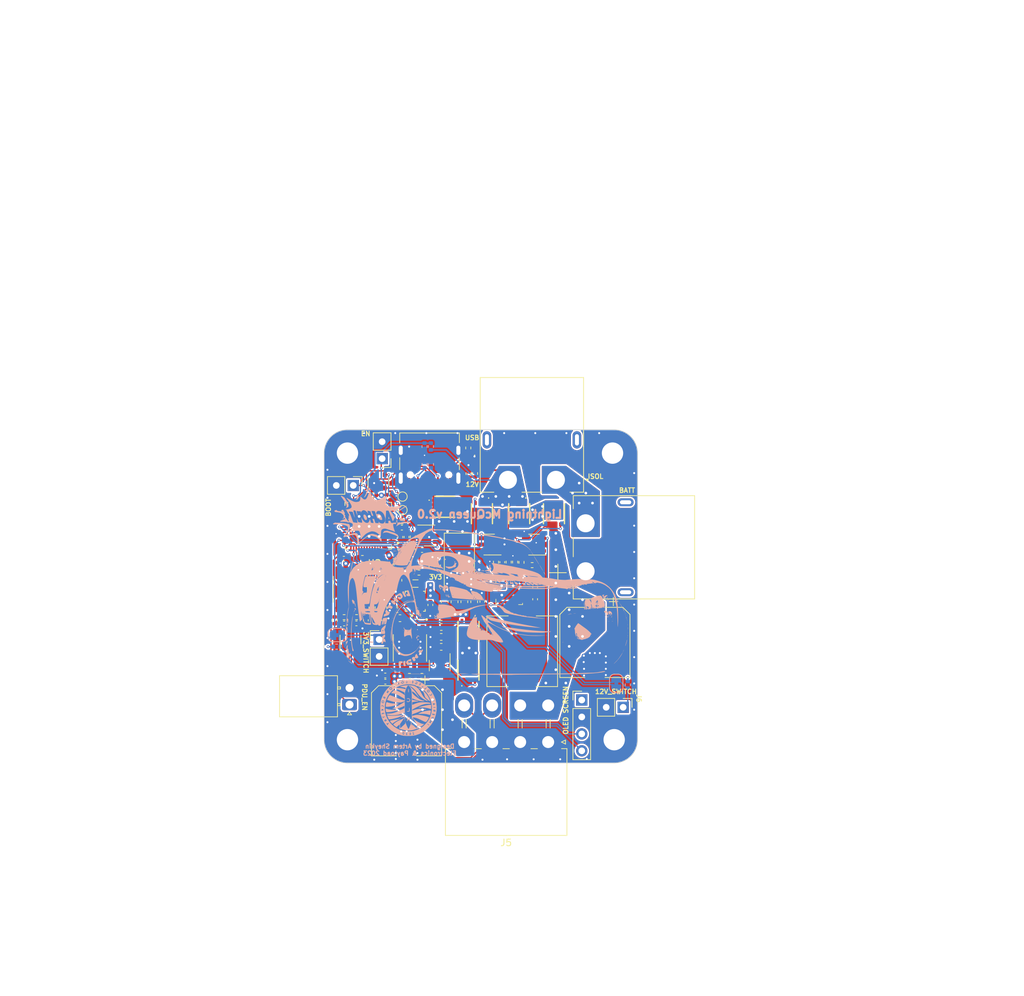
<source format=kicad_pcb>
(kicad_pcb (version 20221018) (generator pcbnew)
  (layers (0 "F.Cu" signal) (1 "In1.Cu" signal) (2 "In2.Cu" signal) (31 "B.Cu" signal) (34 "B.Paste" user) (35 "F.Paste" user) (36 "B.SilkS" user "B.Silkscreen") (37 "F.SilkS" user "F.Silkscreen") (38 "B.Mask" user) (39 "F.Mask" user) (44 "Edge.Cuts" user))
  (net 0 "")
  (net 1 "+3V3")
  (net 2 "+12V")
  (net 3 "GND")
  (net 4 "Net-(3V3LED1-A)")
  (net 5 "Net-(12VLED1-A)")
  (net 6 "Net-(U2-LNA_IN{slash}RF)")
  (net 7 "Net-(U2-XTAL_N)")
  (net 8 "Net-(J5-Pin_4)")
  (net 9 "Net-(J5-Pin_5)")
  (net 10 "/Bucks/Vdd")
  (net 11 "/3V3Filter/BIAS")
  (net 12 "/3V3Filter/BBOUT")
  (net 13 "Net-(IC2-VIN_1)")
  (net 14 "Net-(IC2-V_DRV)")
  (net 15 "/LATCH_STAT")
  (net 16 "/PDU_EN")
  (net 17 "VBUS")
  (net 18 "/Data-")
  (net 19 "/Data+")
  (net 20 "Net-(IC2-SW_1)")
  (net 22 "Net-(C42-Pad2)")
  (net 23 "/TXD")
  (net 25 "Net-(IC2-EN)")
  (net 28 "/CAN+")
  (net 29 "Net-(C20-Pad1)")
  (net 30 "/CAN-")
  (net 31 "Net-(J7--)")
  (net 32 "/CHIP_PU")
  (net 33 "/BOOT")
  (net 34 "Net-(C12-Pad1)")
  (net 36 "Net-(J3-CC1)")
  (net 38 "/SCL")
  (net 39 "/CAN_TX")
  (net 40 "/CAN_RX")
  (net 41 "/CAN/Vref")
  (net 42 "Net-(J3-CC2)")
  (net 43 "Net-(C6-Pad1)")
  (net 45 "Net-(J4-Pin_1)")
  (net 46 "Net-(J6-Pin_1)")
  (net 47 "Net-(U2-XTAL_P)")
  (net 48 "Net-(Q1-G)")
  (net 49 "Net-(Q1-D_1)")
  (net 50 "Net-(Q3-G)")
  (net 51 "Net-(Q3-D_1)")
  (net 52 "Net-(Q5-G)")
  (net 53 "Net-(Q6-G)")
  (net 54 "Net-(U2-U0TXD{slash}PROG{slash}GPIO43)")
  (net 55 "Net-(TXLED1-A)")
  (net 56 "Net-(USBLED1-A)")
  (net 57 "Net-(U5-Rs)")
  (net 64 "/SDA")
  (net 73 "/3V3_SWITCH")
  (net 74 "/12V_SWITCH")
  (net 81 "Net-(C14-Pad1)")
  (net 84 "/Bucks/FB")
  (net 85 "GNDA")
  (net 86 "/Bucks/MODE_2")
  (net 87 "/Bucks/MODE_1")
  (net 88 "/Bucks/BOOT")
  (net 89 "/Bucks/PHASE")
  (net 90 "RBUS_uC_V")
  (net 95 "/3V3Filter/LX1")
  (net 96 "/3V3Filter/LX2")
  (net 97 "/3V3Filter/SEL")
  (net 98 "/3V3Filter/FBIn")
  (net 99 "/LIPOPOWER")
  (net 100 "/USBPOWER")
  (net 107 "/DeploymentVoltage")
  (footprint "iclr:PXP01230QLJ" (layer "F.Cu") (at 101.22 35.6)
    (fp_text reference "Q3" hide)
    (fp_text value "PXP012-30QLJ" hide)
  )
  (footprint "Resistor_SMD:R_0402_1005Metric" (layer "F.Cu") (at 68.34 51.59 -90)
    (fp_text reference "R23" hide)
    (fp_text value "0")
  )
  (footprint "Capacitor_SMD:C_0402_1005Metric" (layer "F.Cu") (at 69.71 42.35 180)
    (fp_text reference "C18" hide)
    (fp_text value "100nF")
  )
  (footprint "Capacitor_SMD:C_0603_1608Metric" (layer "F.Cu") (at 84.31 55.57 180)
    (fp_text reference "C17" hide)
    (fp_text value "10uF")
  )
  (footprint "Capacitor_SMD:C_0603_1608Metric" (layer "F.Cu") (at 86.31 48.82 -90)
    (fp_text reference "C34" hide)
    (fp_text value "22uF")
  )
  (footprint "iclr:SiC437BEDT1GE3" (layer "F.Cu") (at 94.51 47.22)
    (fp_text reference "IC2" hide)
    (fp_text value "SiC437BED-T1-GE3" hide)
  )
  (footprint "Package_TO_SOT_SMD:SOT-143" (layer "F.Cu") (at 74.9 30.74 90)
    (fp_text reference "D1" hide)
    (fp_text value "SP0503BAHT")
  )
  (footprint "Resistor_SMD:R_0402_1005Metric" (layer "F.Cu") (at 96.35 42.89 -90)
    (fp_text reference "R25" hide)
    (fp_text value "100k")
  )
  (footprint "Resistor_SMD:R_0402_1005Metric" (layer "F.Cu") (at 98.395 44.73 -90)
    (fp_text reference "R21" hide)
    (fp_text value "10k")
  )
  (footprint "Resistor_SMD:R_0402_1005Metric" (layer "F.Cu") (at 97.945 43.305 180)
    (fp_text reference "R20" hide)
    (fp_text value "45k")
  )
  (footprint "Package_TO_SOT_SMD:TSOT-23-6" (layer "F.Cu") (at 98.22 40.23 180)
    (fp_text reference "U7" hide)
    (fp_text value "LTC4412xS6")
  )
  (footprint "iclr:PXP01230QLJ" (layer "F.Cu") (at 90.42 35.59 180)
    (fp_text reference "Q5" hide)
    (fp_text value "PXP012-30QLJ" hide)
  )
  (footprint "Connector_USB:USB_C_Receptacle_Palconn_UTC16-G" (layer "F.Cu") (at 82.56 28.32 180)
    (fp_text reference "J3" hide)
    (fp_text value "USB_C_Receptacle_USB2.0")
  )
  (footprint "Capacitor_SMD:C_0402_1005Metric" (layer "F.Cu") (at 90.48 48.79 -90)
    (fp_text reference "C28" hide)
    (fp_text value "100nF")
  )
  (footprint "TestPoint:TestPoint_Pad_D1.0mm" (layer "F.Cu") (at 78.51 33.02 180)
    (fp_text reference "TP2" hide)
    (fp_text value "TestPoint")
  )
  (footprint "Capacitor_SMD:C_0402_1005Metric" (layer "F.Cu") (at 81.44 41.04)
    (fp_text reference "C4" hide)
    (fp_text value "1uF")
  )
  (footprint "Package_SO:SOIC-8_3.9x4.9mm_P1.27mm" (layer "F.Cu") (at 70.68798 46.93202 -90)
    (fp_text reference "U5" hide)
    (fp_text value "SN65HVD230")
  )
  (footprint "iclr:Molex_Nano-Fit_105313-xx02_1x02_P2.50mm_Horizontal" (layer "F.Cu") (at 70.56 64.24 180)
    (fp_text reference "J1")
    (fp_text value "Conn_01x03_MountingPin")
  )
  (footprint "Resistor_SMD:R_0402_1005Metric" (layer "F.Cu") (at 89.39 29.57 -90)
    (fp_text reference "R9" hide)
    (fp_text value "3k")
  )
  (footprint "Resistor_SMD:R_0402_1005Metric" (layer "F.Cu") (at 83.82 43.42 90)
    (fp_text reference "R7" hide)
    (fp_text value "470")
  )
  (footprint "Resistor_SMD:R_0402_1005Metric" (layer "F.Cu") (at 88.41 29.58 -90)
    (fp_text reference "12VLED1")
    (fp_text value "12V_LED")
  )
  (footprint "iclr:AMASS_XT60PW-M" (layer "F.Cu") (at 111.96425 40.63 -90)
    (fp_text reference "J7")
    (fp_text value "XT60PW-M")
  )
  (footprint "Connector_PinHeader_2.54mm:PinHeader_1x02_P2.54mm_Vertical" (layer "F.Cu") (at 75.45 27.33 180)
    (fp_text reference "ENJUMPER1")
    (fp_text value "Conn_01x02_Male")
  )
  (footprint "Capacitor_SMD:C_0603_1608Metric" (layer "F.Cu") (at 84.32 52.59)
    (fp_text reference "C25" hide)
    (fp_text value "22uF")
  )
  (footprint "Inductor_SMD:L_10.4x10.4_H4.8" (layer "F.Cu") (at 96.46 56.23 90)
    (fp_text reference "L4" hide)
    (fp_text value "3.3uH")
  )
  (footprint "Capacitor_SMD:C_0402_1005Metric" (layer "F.Cu") (at 93.47 42.87 90)
    (fp_text reference "C42" hide)
    (fp_text value "0.1uF")
  )
  (footprint "Inductor_SMD:L_0402_1005Metric" (layer "F.Cu") (at 75.81 43.18 -90)
    (fp_text reference "L2" hide)
    (fp_text value "20nH")
  )
  (footprint "Capacitor_SMD:C_0402_1005Metric" (layer "F.Cu") (at 75.93 60.8)
    (fp_text reference "C53" hide)
    (fp_text value "10uF")
  )
  (footprint "Capacitor_SMD:C_0402_1005Metric" (layer "F.Cu") (at 76.58 32.8)
    (fp_text reference "C10" hide)
    (fp_text value "0.1uF")
  )
  (footprint "Connector_PinHeader_2.54mm:PinHeader_1x04_P2.54mm_Vertical" (layer "F.Cu") (at 105.39 63.55)
    (fp_text reference "J8")
    (fp_text value "Conn_01x04_Male")
  )
  (footprint "MountingHole:MountingHole_3.2mm_M3_DIN965_Pad" (layer "F.Cu") (at 110 26.5)
    (fp_text reference "H3" hide)
    (fp_text value "MountingHole_Pad")
  )
  (footprint "Capacitor_SMD:C_0402_1005Metric" (layer "F.Cu") (at 77.71 49.13 180)
    (fp_text reference "C51" hide)
    (fp_text value "10uF")
  )
  (footprint "Capacitor_SMD:C_0603_1608Metric" (layer "F.Cu") (at 78.13 51.27 180)
    (fp_text reference "C50" hide)
    (fp_text value "22uF")
  )
  (footprint "Capacitor_SMD:C_0402_1005Metric" (layer "F.Cu") (at 80.06 40.94 -90)
    (fp_text reference "C5" hide)
    (fp_text value "0.1uF")
  )
  (footprint "Capacitor_SMD:C_0603_1608Metric" (layer "F.Cu") (at 79.61 43.22 180)
    (fp_text reference "C12" hide)
    (fp_text value "4.2pF")
  )
  (footprint "Capacitor_SMD:C_0402_1005Metric" (layer "F.Cu") (at 73.00798 51.58202 -90)
    (fp_text reference "C20" hide)
    (fp_text value "0.1uF")
  )
  (footprint "MountingHole:MountingHole_3.2mm_M3_DIN965_Pad" (layer "F.Cu") (at 70.25 69.5)
    (fp_text reference "H1" hide)
    (fp_text value "MountingHole_Pad")
  )
  (footprint "Resistor_SMD:R_0402_1005Metric" (layer "F.Cu") (at 71.61798 51.11202)
    (fp_text reference "R16" hide)
    (fp_text value "60")
  )
  (footprint "Inductor_SMD:L_0805_2012Metric" (layer "F.Cu") (at 80.45 46.08 180)
    (fp_text reference "L5" hide)
    (fp_text value "1uH")
  )
  (footprint "Capacitor_SMD:C_0402_1005Metric" (layer "F.Cu") (at 77.71 50.06 180)
    (fp_text reference "C52" hide)
    (fp_text value "4.7uF")
  )
  (footprint "Resistor_SMD:R_0402_1005Metric" (layer "F.Cu") (at 92.53 42.86 90)
    (fp_text reference "R30" hide)
    (fp_text value "2.2")
  )
  (footprint "Resistor_SMD:R_0402_1005Metric" (layer "F.Cu") (at 73.85798 49.72202 -90)
    (fp_text reference "R15" hide)
    (fp_text value "10k")
  )
  (footprint "Resistor_SMD:R_0402_1005Metric" (layer "F.Cu") (at 81.415 59.94)
    (fp_text reference "R13" hide)
    (fp_text value "10k")
  )
  (footprint "Package_TO_SOT_SMD:TSOT-23-6" (layer "F.Cu") (at 84.08 58.38 -90)
    (fp_text reference "U6" hide)
    (fp_text value "LTC4412xS6")
  )
  (footprint "Resistor_SMD:R_0402_1005Metric" (layer "F.Cu") (at 74.45 42.66 90)
    (fp_text reference "R4" hide)
    (fp_text value "499")
  )
  (footprint "LED_SMD:LED_0402_1005Metric" (layer "F.Cu") (at 89.33 25.7325 90)
    (fp_text reference "USBLED1")
    (fp_text value "USB_LED")
  )
  (footprint "Capacitor_SMD:C_0603_1608Metric" (layer "F.Cu") (at 72.49 42.37)
    (fp_text reference "C19" hide)
    (fp_text value "10uF")
  )
  (footprint "iclr:PXP01230QLJ" (layer "F.Cu") (at 88.4 59.06)
    (fp_text reference "Q1" hide)
    (fp_text value "PXP012-30QLJ" hide)
  )
  (footprint "iclr:QFN40P700X700X90-57N" (layer "F.Cu") (at 73.37 37.39 180)
    (fp_text reference "U2")
    (fp_text value "ESP32-S3")
  )
  (footprint "Resistor_SMD:R_0402_1005Metric" (layer "F.Cu") (at 82.87 43.43 -90)
    (fp_text reference "3V3LED1")
    (fp_text value "3V3LED")
  )
  (footprint "Capacitor_SMD:C_0603_1608Metric" (layer "F.Cu") (at 84.31 54.08)
    (fp_text reference "C15" hide)
    (fp_text value "22uF")
  )
  (footprint "Resistor_SMD:R_0402_1005Metric" (layer "F.Cu") (at 75.76 49.69 -90)
    (fp_text reference "R5" hide)
    (fp_text value "470")
  )
  (footprint "Crystal:Crystal_SMD_2016-4Pin_2.0x1.6mm" (layer "F.Cu") (at 75.74 45.41 180)
    (fp_text reference "Y1" hide)
    (fp_text value "40MHz±10ppm")
  )
  (footprint "Capacitor_SMD:C_0402_1005Metric" (layer "F.Cu") (at 81.82 41.98)
    (fp_text reference "C1" hide)
    (fp_text value "10uF")
  )
  (footprint "Capacitor_SMD:C_0402_1005Metric" (layer "F.Cu") (at 98.395 46.58 -90)
    (fp_text reference "C46" hide)
    (fp_text value "1uF")
  )
  (footprint "Capacitor_SMD:C_0603_1608Metric" (layer "F.Cu") (at 87.78 48.81 -90)
    (fp_text reference "C32" hide)
    (fp_text value "22uF")
  )
  (footprint "Resistor_SMD:R_0402_1005Metric" (layer "F.Cu") (at 88.37 25.73 90)
    (fp_text reference "R12" hide)
    (fp_text value "470")
  )
  (footprint "Resistor_SMD:R_0402_1005Metric" (layer "F.Cu") (at 74.8 49.69 -90)
    (fp_text reference "TXLED1" hide)
    (fp_text value "TX_LED")
  )
  (footprint "Capacitor_SMD:C_0402_1005Metric" (layer "F.Cu") (at 98.395 48.43 90)
    (fp_text reference "C47" hide)
    (fp_text value "4.7uF")
  )
  (footprint "Connector_PinHeader_2.54mm:PinHeader_1x02_P2.54mm_Vertical" (layer "F.Cu") (at 111.595 64.64 -90)
    (fp_text reference "J6")
    (fp_text value "Conn_01x02_Male")
  )
  (footprint "Package_TO_SOT_SMD:TSOT-23-6" (layer "F.Cu") (at 91.5 40.22 180)
    (fp_text reference "U1" hide)
    (fp_text value "LTC4412xS6")
  )
  (footprint "iclr:AMASS_XT60PW-F" (layer "F.Cu") (at 97.9125 30.51 180)
    (fp_text reference "J2")
    (fp_text value "XT60PW-F")
  )
  (footprint "Capacitor_SMD:C_0402_1005Metric" (layer "F.Cu") (at 77.2 42.71)
    (fp_text reference "C9" hide)
    (fp_text value "10nF")
  )
  (footprint "iclr:Molex_Mini-Fit_Jr_5569-08A2_2x04_P4.20mm_Horizontal" (layer "F.Cu") (at 100.35 69.855 180)
    (fp_text reference "J5")
    (fp_text value "Conn_01x08_Male")
  )
  (footprint "Resistor_SMD:R_0402_1005Metric" (layer "F.Cu") (at 79.55 59.94)
    (fp_text reference "R2" hide)
    (fp_text value "56k")
  )
  (footprint "Resistor_SMD:R_0402_1005Metric" (layer "F.Cu") (at 80.05 39.07 90)
    (fp_text reference "R3" hide)
    (fp_text value "10K")
  )
  (footprint "Capacitor_SMD:CP_Elec_10x10" (layer "F.Cu") (at 79.11 66.6675 -90)
    (fp_text reference "C23" hide)
    (fp_text value "1000uF")
  )
  (footprint "Connector_PinHeader_2.54mm:PinHeader_1x02_P2.54mm_Vertical" (layer "F.Cu") (at 75 54.465)
    (fp_text reference "J4")
    (fp_text value "Conn_01x02_Male")
  )
  (footprint "Capacitor_SMD:C_0603_1608Metric" (layer "F.Cu") (at 84.31 51.1)
    (fp_text reference "C38" hide)
    (fp_text value "22uF")
  )
  (footprint "Capacitor_SMD:C_0603_1608Metric" (layer "F.Cu") (at 89.26 48.81 -90)
    (fp_text reference "C30" hide)
    (fp_text value "22uF")
  )
  (footprint "Capacitor_SMD:C_0402_1005Metric" (layer "F.Cu") (at 78.41 37.68)
    (fp_text reference "C8" hide)
    (fp_text value "0.1uF")
  )
  (footprint "Capacitor_SMD:C_0402_1005Metric" (layer "F.Cu") (at 78.18 40.91 -90)
    (fp_text reference "C6" hide)
    (fp_text value "0.1uF")
  )
  (footprint "Capacitor_SMD:C_0402_1005Metric" (layer "F.Cu") (at 77.2 43.63)
    (fp_text reference "C7" hide)
    (fp_text value "1uF")
  )
  (footprint "iclr:PXP01230QLJ" (layer "F.Cu") (at 84.85 34.56 -90)
    (fp_text reference "Q6" hide)
    (fp_text value "PXP012-30QLJ" hide)
  )
  (footprint "Resistor_SMD:R_0402_1005Metric" (layer "F.Cu") (at 80.75 51.0175)
    (fp_text reference "R1" hide)
    (fp_text value "14k")
  )
  (footprint "Capacitor_Tantalum_SMD:CP_EIA-7343-31_Kemet-D" (layer "F.Cu") (at 87.03 42.9125 -90)
    (fp_text reference "C40" hide)
    (fp_text value "47uF")
  )
  (footprint "TestPoint:TestPoint_Pad_D1.0mm" (layer "F.Cu") (at 78.5 35.05 180)
    (fp_text reference "TP1" hide)
    (fp_text value "TestPoint")
  )
  (footprint "Resistor_SMD:R_0402_1005Metric" (layer "F.Cu") (at 78.43 36.74 180)
    (fp_text reference "R6" hide)
    (fp_text value "10K")
  )
  (footprint "Capacitor_SMD:C_0402_1005Metric" (layer "F.Cu") (at 74.09 32.8 180)
    (fp_text reference "C11" hide)
    (fp_text value "0.1uF")
  )
  (footprint "Resistor_SMD:R_0402_1005Metric" (layer "F.Cu") (at 95.4 42.85 90)
    (fp_text reference "R31" hide)
    (fp_text value "200k")
  )
  (footprint "Capacitor_SMD:C_0402_1005Metric" (layer "F.Cu") (at 71.58798 52.05202 180)
    (fp_text reference "C21" hide)
    (fp_text value "220pF")
  )
  (footprint "Capacitor_SMD:C_0402_1005Metric" (layer "F.Cu") (at 82.68 49.28 -90)
    (fp_text reference "C49" hide)
    (fp_text value "1uF")
  )
  (footprint "Capacitor_SMD:C_0603_1608Metric" (layer "F.Cu") (at 90.2 45.76 -90)
    (fp_text reference "C44" hide)
    (fp_text value "100nF")
  )
  (footprint "iclr:PXP01230QLJ" (layer "F.Cu") (at 96.01 35.59 180)
    (fp_text reference "Q4" hide)
    (fp_text value "PXP012-30QLJ" hide)
  )
  (footprint "Resistor_SMD:R_0402_1005Metric" (layer "F.Cu") (at 80.97 44.42 180)
    (fp_text reference "R8" hide)
    (fp_text value "47.5")
  )
  (footprint "Package_TO_SOT_SMD:TSOT-23-6" (layer "F.Cu") (at 82.57 38.86)
    (fp_text reference "U8" hide)
    (fp_text value "LTC4412xS6")
  )
  (footprint "Package_TO_SOT_SMD:SOT-23" (layer "F.Cu") (at 70.7 54.47 90)
    (fp_text reference "D2" hide)
    (fp_text value "SM712_SOT23")
  )
  (footprint "Capacitor_SMD:C_0402_1005Metric" (layer "F.Cu") (at 79.11 39.09 -90)
    (fp_text reference "C2" hide)
    (fp_text value "1uF")
  )
  (footprint "Resistor_SMD:R_0402_1005Metric" (layer "F.Cu") (at 69.74798 51.12202)
    (fp_text reference "R17" hide)
    (fp_text value "60")
  )
  (footprint "Connector_PinHeader_2.54mm:PinHeader_1x02_P2.54mm_Vertical" (layer "F.Cu") (at 71.12 31.35 -90)
    (fp_text reference "BOOTJUMPER1")
    (fp_text value "Conn_01x02_Male")
  )
  (footprint "Resistor_SMD:R_0402_1005Metric" (layer "F.Cu") (at 94.43 42.854 -90)
    (fp_text reference "R29" hide)
    (fp_text value "50k")
  )
  (footprint "iclr:CONV_MAX77827AEFD+T" (layer "F.Cu") (at 80.42 48.73 90)
    (fp_text reference "U4" hide)
    (fp_text value "MAX77827AEFD+T")
  )
  (footprint "Capacitor_SMD:C_0603_1608Metric" (layer "F.Cu") (at 77.89 45.58 -90)
    (fp_text reference "C14" hide)
    (fp_text value "C")
  )
  (footprint "Capacitor_SMD:C_0402_1005Metric" (layer "F.Cu") (at 78.18 39.09 -90)
    (fp_text reference "C3" hide)
    (fp_text value "0.1uF")
  )
  (footprint "iclr:SOIC127P599X175-9N" (layer "F.Cu") (at 79.62 55.73 -90)
    (fp_text reference "U10" hide)
    (fp_text value "SC4215")
  )
  (footprint "Capacitor_SMD:C_0603_1608Metric" (layer "F.Cu") (at 75.67 47.45)
    (fp_text reference "C13" hide)
    (fp_text value "C")
  )
  (footprint "Capacitor_SMD:C_0603_1608Metric" (layer "F.Cu") (at 84.83 48.82 -90)
    (fp_text reference "C36" hide)
    (fp_text value "22uF")
  )
  (footprint "Inductor_SMD:L_0402_1005Metric" (layer "F.Cu") (at 79.13 40.94 -90)
    (fp_text reference "L1" hide)
    (fp_text value "2.0nH")
  )
  (footprint "Capacitor_SMD:C_0402_1005Metric" (layer "F.Cu") (at 75.92 59.87)
    (fp_text reference "C54" hide)
    (fp_text value "0.1uF")
  )
  (footprint "MountingHole:MountingHole_3.2mm_M3_DIN965_Pad" (layer "F.Cu") (at 70.25 26.5)
    (fp_text reference "H2" hide)
    (fp_text value "MountingHole_Pad")
  )
  (footprint "MountingHole:MountingHole_3.2mm_M3_DIN965_Pad" (layer "F.Cu") (at 110.25 69.5)
    (fp_text reference "H4" hide)
    (fp_text value "MountingHole_Pad")
  )
  (footprint "Capacitor_SMD:CP_Elec_10x10" (layer "F.Cu") (at 107.36 54.9075 -90)
    (fp_text reference "C24" hide)
    (fp_text value "180uF")
  )
  (footprint "Capacitor_SMD:C_0402_1005Metric" (layer "F.Cu") (at 69.74798 52.06202)
    (fp_text reference "C22" hide)
    (fp_text value "220 pF")
  )
  (footprint "iclr:PXP01230QLJ" (layer "F.Cu") (at 88.4 53.26 180)
    (fp_text reference "Q2" hide)
    (fp_text value "PXP012-30QLJ" hide)
  )
  (footprint "Resistor_SMD:R_0402_1005Metric" (layer "B.Cu") (at 82.76 25.51 90)
    (fp_text reference "R14" hide)
    (fp_text value "47k")
  )
  (footprint "Jumper:SolderJumper-2_P1.3mm_Bridged_RoundedPad1.0x1.5mm" (layer "B.Cu") (at 110.56 61.08 -90)
    (fp_text reference "JP3" hide)
    (fp_text value "SolderJumper_2_Bridged")
  )
  (footprint "iclr:iclr_logo" (layer "B.Cu") (at 79.4 64.7 180)
    (fp_text reference "G***" hide)
    (fp_text value "LOGO" hide)
  )
  (footprint "Jumper:SolderJumper-2_P1.3mm_Bridged_RoundedPad1.0x1.5mm" (layer "B.Cu") (at 68.73 53.81 180)
    (fp_text reference "JP2" hide)
    (fp_text value "SolderJumper_2_Bridged")
  )
  (footprint "iclr:LMQ" (layer "B.Cu") (at 90.82 49.06 180)
    (fp_text reference locked "G***")
    (fp_text value "LOGO" hide)
  )
  (footprint "Resistor_SMD:R_0402_1005Metric" (layer "B.Cu") (at 81.81 25.51 -90)
    (fp_text reference "R22" hide)
    (fp_text value "10k")
  )
  (footprint "Resistor_SMD:R_0402_1005Metric" (layer "B.Cu") (at 112.29 61.26 -90)
    (fp_text reference "R19" hide)
    (fp_text value "10k")
  )
  (footprint "Resistor_SMD:R_0402_1005Metric" (layer "B.Cu") (at 81.82 28.2 -90)
    (fp_text reference "R11" hide)
    (fp_text value "5.1k")
  )
  (footprint "iclr:kachow" (layer "B.Cu") (at 73.9 36 180)
    (fp_text reference "G***")
    (fp_text value "LOGO" hide)
  )
  (footprint "Resistor_SMD:R_0402_1005Metric" (layer "B.Cu") (at 68.62 55.54)
    (fp_text reference "R18" hide)
    (fp_text value "10k")
  )
  (footprint "Resistor_SMD:R_0402_1005Metric" (layer "B.Cu") (at 82.77 28.2 90)
    (fp_text reference "R10" hide)
    (fp_text value "5.1k")
  )
  (gr_line (start 66.75 26.5) (end 66.75 69.5) (stroke (width 0.1)) (layer "Edge.Cuts"))
  (gr_arc (start 66.75 26.5) (mid 67.775126 24.025126) (end 70.25 23) (stroke (width 0.1)) (layer "Edge.Cuts"))
  (gr_arc (start 70.25 73) (mid 67.775126 71.974874) (end 66.75 69.5) (stroke (width 0.1)) (layer "Edge.Cuts"))
  (gr_line (start 110.25 73) (end 70.25 73) (stroke (width 0.1)) (layer "Edge.Cuts"))
  (gr_arc (start 110.25 23) (mid 112.724874 24.025126) (end 113.75 26.5) (stroke (width 0.1)) (layer "Edge.Cuts"))
  (gr_line (start 110.25 23) (end 70.25 23) (stroke (width 0.1)) (layer "Edge.Cuts"))
  (gr_arc (start 113.75 69.5) (mid 112.724874 71.974874) (end 110.25 73) (stroke (width 0.1)) (layer "Edge.Cuts"))
  (gr_line (start 113.75 26.5) (end 113.75 69.5) (stroke (width 0.1)) (layer "Edge.Cuts"))
  (gr_text "Designed by Artem Sheykin\nElectronics & Payload 2023" (at 79.6 71.02) (layer "B.SilkS") (effects (font (size 0.65 0.65)) (justify mirror)))
  (gr_text "Lightning McQueen v2.0" (at 91.57 35.67) (layer "B.SilkS") (effects (font (size 1.2 1.2) (thickness 0.3)) (justify mirror)))
  (gr_text "OLED SCREEN" (at 103.4 68.8 90) (layer "F.SilkS") (effects (font (size 0.7 0.7) (thickness 0.15) bold) (justify left bottom)))
  (gr_text "3V3" (at 82.4 45.5) (layer "F.SilkS") (effects (font (size 0.7 0.7) (thickness 0.15) bold) (justify left bottom)))
  (gr_text "BOOT" (at 67.8 36.1 90) (layer "F.SilkS") (effects (font (size 0.7 0.7) (thickness 0.15) bold) (justify left bottom)))
  (gr_text "12V_SWITCH" (at 107.3 62.7) (layer "F.SilkS") (effects (font (size 0.7 0.7) (thickness 0.15) bold) (justify left bottom)))
  (gr_text "USB" (at 87.8 24.6) (layer "F.SilkS") (effects (font (size 0.7 0.7) (thickness 0.15) bold) (justify left bottom)))
  (gr_text "ISOL" (at 106.2125 30.41) (layer "F.SilkS") (effects (font (size 0.7 0.7) (thickness 0.15) bold) (justify left bottom)))
  (gr_text "PDU_EN" (at 72.4 61 -90) (layer "F.SilkS") (effects (font (size 0.7 0.7) (thickness 0.15) bold) (justify left bottom)))
  (gr_text "12V" (at 87.9 31.6) (layer "F.SilkS") (effects (font (size 0.7 0.7) (thickness 0.15) bold) (justify left bottom)))
  (gr_text "3V3_SWITCH" (at 72.6 53.2 -90) (layer "F.SilkS") (effects (font (size 0.7 0.7) (thickness 0.15) bold) (justify left bottom)))
  (gr_text "EN" (at 72.2 24) (layer "F.SilkS") (effects (font (size 0.7 0.7) (thickness 0.15) bold) (justify left bottom)))
  (gr_text "TX" (at 74.2 51.7) (layer "F.SilkS") (effects (font (size 0.7 0.7) (thickness 0.15) bold) (justify left bottom)))
  (gr_text "BATT" (at 110.9 32.5) (layer "F.SilkS") (effects (font (size 0.7 0.7) (thickness 0.15) bold) (justify left bottom)))
  (segment (start 73.97 33.9525) (end 73.97 33.371575) (width 0.2) (layer "F.Cu") (net 1))
  (segment (start 74.541575 32.8) (end 74.57 32.8) (width 0.2) (layer "F.Cu") (net 1))
  (segment (start 83.81 42.22) (end 83.82 42.23) (width 0.2) (layer "F.Cu") (net 1))
  (segment (start 71.97 40.8275) (end 71.97 42.115) (width 0.2) (layer "F.Cu") (net 1))
  (segment (start 83.82 42.23) (end 83.82 42.91) (width 0.2) (layer "F.Cu") (net 1))
  (segment (start 78.94 36.72) (end 79.491408 36.168592) (width 0.2) (layer "F.Cu") (net 1))
  (segment (start 74.57 32.8) (end 76.1 32.8) (width 0.2) (layer "F.Cu") (net 1))
  (segment (start 78.94 36.74) (end 78.94 36.72) (width 0.2) (layer "F.Cu") (net 1))
  (segment (start 75.76 49.18) (end 75.76 48.52) (width 0.2) (layer "F.Cu") (net 1))
  (segment (start 75.76 48.52) (end 75.77 48.51) (width 0.2) (layer "F.Cu") (net 1))
  (segment (start 71.97 42.115) (end 71.715 42.37) (width 0.2) (layer "F.Cu") (net 1))
  (segment (start 73.97 33.371575) (end 74.541575 32.8) (width 0.2) (layer "F.Cu") (net 1))
  (via (at 69.99798 43.06202) (size 0.8) (drill 0.4) (layers "F.Cu" "B.Cu") (net 1))
  (via (at 67.3505 55.55) (size 0.4) (drill 0.2) (layers "F.Cu" "B.Cu") (net 1))
  (via (at 81.398778 42.729937) (size 0.8) (drill 0.4) (layers "F.Cu" "B.Cu") (net 1))
  (via (at 77.3 60.78) (size 0.8) (drill 0.4) (layers "F.Cu" "B.Cu") (net 1))
  (via (at 79.491408 36.168592) (size 0.4) (drill 0.2) (layers "F.Cu" "B.Cu") (net 1))
  (via (at 76.490062 41.835537) (size 0.8) (drill 0.4) (layers "F.Cu" "B.Cu") (net 1))
  (via (at 75.77 48.51) (size 0.4) (drill 0.2) (layers "F.Cu" "B.Cu") (net 1))
  (via (at 77.3 59.96) (size 0.8) (drill 0.4) (layers "F.Cu" "B.Cu") (net 1))
  (via (at 75.340011 32.832239) (size 0.8) (drill 0.4) (layers "F.Cu" "B.Cu") (net 1))
  (via (at 112.3 60.19) (size 0.4) (drill 0.2) (layers "F.Cu" "B.Cu") (net 1))
  (via (at 78.14 59.96) (size 0.8) (drill 0.4) (layers "F.Cu" "B.Cu") (net 1))
  (via (at 83.81 42.22) (size 0.4) (drill 0.2) (layers "F.Cu" "B.Cu") (net 1))
  (segment (start 112.29 60.2) (end 112.29 60.75) (width 0.2) (layer "B.Cu") (net 1))
  (segment (start 67.3605 55.54) (end 68.11 55.54) (width 0.2) (layer "B.Cu") (net 1))
  (segment (start 112.3 60.19) (end 112.29 60.2) (width 0.2) (layer "B.Cu") (net 1))
  (segment (start 67.3505 55.55) (end 67.3605 55.54) (width 0.2) (layer "B.Cu") (net 1))
  (segment (start 92.6375 41.17) (end 92.289283 41.17) (width 0.2) (layer "F.Cu") (net 2))
  (segment (start 91.67548 40.556197) (end 91.67548 38.008542) (width 0.2) (layer "F.Cu") (net 2))
  (segment (start 92.8625 29.06) (end 94.3125 30.51) (width 0.25) (layer "F.Cu") (net 2))
  (segment (start 89.39 29.06) (end 92.8625 29.06) (width 0.25) (layer "F.Cu") (net 2))
  (segment (start 96.414763 41.81048) (end 98.72702 41.81048) (width 0.2) (layer "F.Cu") (net 2))
  (segment (start 92.1 34.695) (end 91.395 33.99) (width 0.2) (layer "F.Cu") (net 2))
  (segment (start 92.289283 41.17) (end 91.67548 40.556197) (width 0.2) (layer "F.Cu") (net 2))
  (segment (start 92.793257 41.014243) (end 95.618526 41.014243) (width 0.2) (layer "F.Cu") (net 2))
  (segment (start 92.6375 41.17) (end 92.793257 41.014243) (width 0.2) (layer "F.Cu") (net 2))
  (segment (start 98.72702 41.81048) (end 99.3575 41.18) (width 0.2) (layer "F.Cu") (net 2))
  (segment (start 91.67548 38.008542) (end 92.1 37.584022) (width 0.2) (layer "F.Cu") (net 2))
  (segment (start 95.618526 41.014243) (end 96.414763 41.81048) (width 0.2) (layer "F.Cu") (net 2))
  (segment (start 92.1 37.584022) (end 92.1 34.695) (width 0.2) (layer "F.Cu") (net 2))
  (via (at 93.5 34.25) (size 0.8) (drill 0.4) (layers "F.Cu" "B.Cu") (net 2))
  (via (at 94.5 33) (size 0.8) (drill 0.4) (layers "F.Cu" "B.Cu") (net 2))
  (via (at 96.5 33) (size 0.8) (drill 0.4) (layers "F.Cu" "B.Cu") (net 2))
  (via (at 92.5 33) (size 0.8) (drill 0.4) (layers "F.Cu" "B.Cu") (net 2))
  (via (at 90.5 33) (size 0.8) (drill 0.4) (layers "F.Cu" "B.Cu") (net 2))
  (segment (start 85.074892 26.02) (end 82.76 26.02) (width 0.2) (layer "B.Cu") (net 2))
  (segment (start 89.604892 30.55) (end 85.074892 26.02) (width 0.2) (layer "B.Cu") (net 2))
  (segment (start 92.2325 30.55) (end 89.604892 30.55) (width 0.2) (layer "B.Cu") (net 2))
  (segment (start 96.491 46.326) (end 97.116 46.326) (width 0.2) (layer "F.Cu") (net 3))
  (segment (start 96.491 46.326) (end 95.974 46.326) (width 0.2) (layer "F.Cu") (net 3))
  (via (at 75 36) (size 0.8) (drill 0.4) (layers "F.Cu" "B.Cu") (net 3))
  (via (at 79.5 25.52998) (size 0.6) (drill 0.3) (layers "F.Cu" "B.Cu") (net 3))
  (via (at 67.25 33.208333) (size 0.6) (drill 0.3) (layers "F.Cu" "B.Cu") (net 3))
  (via (at 72.75 23.5) (size 0.6) (drill 0.3) (layers "F.Cu" "B.Cu") (net 3))
  (via (at 80.75 71.5) (size 0.6) (drill 0.3) (layers "F.Cu" "B.Cu") (net 3))
  (via (at 98.416663 23.5) (size 0.6) (drill 0.3) (layers "F.Cu" "B.Cu") (net 3))
  (via (at 94.18875 72.44) (size 0.6) (drill 0.3) (layers "F.Cu" "B.Cu") (net 3))
  (via (at 78.9 44.2) (size 0.6) (drill 0.3) (layers "F.Cu" "B.Cu") (net 3))
  (via (at 106.14 72.39) (size 0.6) (drill 0.3) (layers "F.Cu" "B.Cu") (net 3))
  (via (at 106.6 56.5) (size 0.6) (drill 0.3) (layers "F.Cu" "B.Cu") (net 3))
  (via (at 88.8 45.4) (size 0.6) (drill 0.3) (layers "F.Cu" "B.Cu") (net 3))
  (via (at 72 37.5) (size 0.8) (drill 0.4) (layers "F.Cu" "B.Cu") (net 3))
  (via (at 77.709389 39.253694) (size 0.4) (drill 0.2) (layers "F.Cu" "B.Cu") (net 3))
  (via (at 81.5 43.7) (size 0.6) (drill 0.3) (layers "F.Cu" "B.Cu") (net 3))
  (via (at 83 42.1) (size 0.6) (drill 0.3) (layers "F.Cu" "B.Cu") (net 3))
  (via (at 72.5 52.8) (size 0.6) (drill 0.3) (layers "F.Cu" "B.Cu") (net 3))
  (via (at 67.25 62.666664) (size 0.6) (drill 0.3) (layers "F.Cu" "B.Cu") (net 3))
  (via (at 79.125 68.25) (size 0.6) (drill 0.3) (layers "F.Cu" "B.Cu") (net 3))
  (via (at 73.5 36) (size 0.8) (drill 0.4) (layers "F.Cu" "B.Cu") (net 3))
  (via (at 109 57) (size 0.6) (drill 0.3) (layers "F.Cu" "B.Cu") (net 3))
  (via (at 67.25 66.875) (size 0.6) (drill 0.3) (layers "F.Cu" "B.Cu") (net 3))
  (via (at 113.25 29.5) (size 0.6) (drill 0.3) (layers "F.Cu" "B.Cu") (net 3))
  (via (at 105.7 56.9) (size 0.6) (drill 0.3) (layers "F.Cu" "B.Cu") (net 3))
  (via (at 69.149989 43) (size 0.4) (drill 0.2) (layers "F.Cu" "B.Cu") (net 3))
  (via (at 70.7 54.55) (size 0.4) (drill 0.2) (layers "F.Cu" "B.Cu") (net 3))
  (via (at 81.81 26.83) (size 0.4) (drill 0.2) (layers "F.Cu" "B.Cu") (net 3))
  (via (at 72 39) (size 0.8) (drill 0.4) (layers "F.Cu" "B.Cu") (net 3))
  (via (at 91.6 42.75) (size 0.4) (drill 0.2) (layers "F.Cu" "B.Cu") (net 3))
  (via (at 72 36) (size 0.8) (drill 0.4) (layers "F.Cu" "B.Cu") (net 3))
  (via (at 89.3 27) (size 0.6) (drill 0.3) (layers "F.Cu" "B.Cu") (net 3))
  (via (at 80.75 69.5) (size 0.6) (drill 0.3) (layers "F.Cu" "B.Cu") (net 3))
  (via (at 76.6 49.1) (size 0.6) (drill 0.3) (layers "F.Cu" "B.Cu") (net 3))
  (via (at 71.87 44.01) (size 0.4) (drill 0.2) (layers "F.Cu" "B.Cu") (net 3))
  (via (at 93.4 47.8) (size 0.8) (drill 0.4) (layers "F.Cu" "B.Cu") (net 3))
  (via (at 77.5 69.6975) (size 0.6) (drill 0.3) (layers "F.Cu" "B.Cu") (net 3))
  (via (at 77.5 72.39) (size 0.6) (drill 0.3) (layers "F.Cu" "B.Cu") (net 3))
  (via (at 105.73 59.883334) (size 0.6) (drill 0.3) (layers "F.Cu" "B.Cu") (net 3))
  (via (at 82.7 55.6) (size 0.6) (drill 0.3) (layers "F.Cu" "B.Cu") (net 3))
  (via (at 79.5 37.6) (size 0.4) (drill 0.2) (layers "F.Cu" "B.Cu") (net 3))
  (via (at 77.5 47.3) (size 0.6) (drill 0.3) (layers "F.Cu" "B.Cu") (net 3))
  (via (at 73.69 43.08) (size 0.4) (drill 0.2) (layers "F.Cu" "B.Cu") (net 3))
  (via (at 74.25 31) (size 0.6) (drill 0.3) (layers "F.Cu" "B.Cu") (net 3))
  (via (at 78 55.7) (size 0.6) (drill 0.3) (layers "F.Cu" "B.Cu") (net 3))
  (via (at 82.083332 23.5) (size 0.6) (drill 0.3) (layers "F.Cu" "B.Cu") (net 3))
  (via (at 113.25 37.388888) (size 0.6) (drill 0.3) (layers "F.Cu" "B.Cu") (net 3))
  (via (at 86.749998 23.5) (size 0.6) (drill 0.3) (layers "F.Cu" "B.Cu") (net 3))
  (via (at 105.68 57.85) (size 0.6) (drill 0.3) (layers "F.Cu" "B.Cu") (net 3))
  (via (at 74.27 72.5) (size 0.6) (drill 0.3) (layers "F.Cu" "B.Cu") (net 3))
  (via (at 80.75 70.5) (size 0.6) (drill 0.3) (layers "F.Cu" "B.Cu") (net 3))
  (via (at 113.25 65) (size 0.6) (drill 0.3) (layers "F.Cu" "B.Cu") (net 3))
  (via (at 113.25 49.22222) (size 0.6) (drill 0.3) (layers "F.Cu" "B.Cu") (net 3))
  (via (at 75.07 44.24) (size 0.4) (drill 0.2) (layers "F.Cu" "B.Cu") (net 3))
  (via (at 75 37.5) (size 0.8) (drill 0.4) (layers "F.Cu" "B.Cu") (net 3))
  (via (at 77.5 70.595) (size 0.6) (drill 0.3) (layers "F.Cu" "B.Cu") (net 3))
  (via (at 113.25 41.333332) (size 0.6) (drill 0.3) (layers "F.Cu" "B.Cu") (net 3))
  (via (at 90.4 47.5) (size 0.6) (drill 0.3) (layers "F.Cu" "B.Cu") (net 3))
  (via (at 67.25 45.833332) (size 0.6) (drill 0.3) (layers "F.Cu" "B.Cu") (net 3))
  (via (at 86.7 44.5) (size 0.6) (drill 0.3) (layers "F.Cu" "B.Cu") (net 3))
  (via (at 78 56.6) (size 0.6) (drill 0.3) (layers "F.Cu" "B.Cu") (net 3))
  (via (at 69.25 52.58) (size 0.4) (drill 0.2) (layers "F.Cu" "B.Cu") (net 3))
  (via (at 82.66 50.93) (size 0.6) (drill 0.3) (layers "F.Cu" "B.Cu") (net 3))
  (via (at 82.7 54.1) (size 0.6) (drill 0.3) (layers "F.Cu" "B.Cu") (net 3))
  (via (at 93.749997 23.5) (size 0.6) (drill 0.3) (layers "F.Cu" "B.Cu") (net 3))
  (via (at 108.1 56.5) (size 0.6) (drill 0.3) (layers "F.Cu" "B.Cu") (net 3))
  (via (at 67.25 41.624999) (size 0.6) (drill 0.3) (layers "F.Cu" "B.Cu") (net 3))
  (via (at 77.574534 32.930434) (size 0.4) (drill 0.2) (layers "F.Cu" "B.Cu") (net 3))
  (via (at 87.6 44.5) (size 0.6) (drill 0.3) (layers "F.Cu" "B.Cu") (net 3))
  (via (at 93.8 40.2) (size 0.6) (drill 0.3) (layers "F.Cu" "B.Cu") (net 3))
  (via (at 98.1725 72.44) (size 0.6) (drill 0.3) (layers "F.Cu" "B.Cu") (net 3))
  (via (at 80.75 72.5) (size 0.6) (drill 0.3) (layers "F.Cu" "B.Cu") (net 3))
  (via (at 82.7 52.6) (size 0.6) (drill 0.3) (layers "F.Cu" "B.Cu") (net 3))
  (via (at 88.8 46.2) (size 0.6) (drill 0.3) (layers "F.Cu" "B.Cu") (net 3))
  (via (at 85.2 46.1) (size 0.6) (drill 0.3) (layers "F.Cu" "B.Cu") (net 3))
  (via (at 107.35 56.5) (size 0.6) (drill 0.3) (layers "F.Cu" "B.Cu") (net 3))
  (via (at 95.1 46.4) (size 0.8) (drill 0.4) (layers "F.Cu" "B.Cu") (net 3))
  (via (at 88.4 28.3) (size 0.6) (drill 0.3) (layers "F.Cu" "B.Cu") (net 3))
  (via (at 74.66 59.88) (size 0.6) (drill 0.3) (layers "F.Cu" "B.Cu") (net 3))
  (via (at 109 59.8) (size 0.6) (drill 0.3) (layers "F.Cu" "B.Cu") (net 3))
  (via (at 113.25 57.111108) (size 0.6) (drill 0.3) (layers "F.Cu" "B.Cu") (net 3))
  (via (at 81.2 54.8) (size 0.6) (drill 0.3) (layers "F.Cu" "B.Cu") (net 3))
  (via (at 75 39) (size 0.8) (drill 0.4) (layers "F.Cu" "B.Cu") (net 3))
  (via (at 93.8 39.3) (size 0.6) (drill 0.3) (layers "F.Cu" "B.Cu") (net 3))
  (via (at 98.5595 39.95) (size 0.4) (drill 0.2) (layers "F.Cu" "B.Cu") (net 3))
  (via (at 78 54.8) (size 0.6) (drill 0.3) (layers "F.Cu" "B.Cu") (net 3))
  (via (at 103.083329 23.5) (size 0.6) (drill 0.3) (layers "F.Cu" "B.Cu") (net 3))
  (via (at 102.15625 72.44) (size 0.6) (drill 0.3) (layers "F.Cu" "B.Cu") (net 3))
  (via (at 90.5 72.5) (size 0.6) (drill 0.3) (layers "F.Cu" "B.Cu") (net 3))
  (via (at 67.25 50.041665) (size 0.6) (drill 0.3) (layers "F.Cu" "B.Cu") (net 3))
  (via (at 85.2 47) (size 0.6) (drill 0.3) (layers "F.Cu" "B.Cu") (net 3))
  (via (at 67.25 54.249998) (size 0.6) (drill 0.3) (layers "F.Cu" "B.Cu") (net 3))
  (via (at 73.5 37.5) (size 0.8) (drill 0.4) (layers "F.Cu" "B.Cu") (net 3))
  (via (at 109 58.866666) (size 0.6) (drill 0.3) (layers "F.Cu" "B.Cu") (net 3))
  (via (at 95.060238 41.913274) (size 0.4) (drill 0.2) (layers "F.Cu" "B.Cu") (net 3))
  (via (at 67.25 58.458331) (size 0.6) (drill 0.3) (layers "F.Cu" "B.Cu") (net 3))
  (via (at 113.25 61.055552) (size 0.6) (drill 0.3) (layers "F.Cu" "B.Cu") (net 3))
  (via (at 81.2 56.6) (size 0.6) (drill 0.3) (layers "F.Cu" "B.Cu") (net 3))
  (via (at 113.25 45.277776) (size 0.6) (drill 0.3) (layers "F.Cu" "B.Cu") (net 3))
  (via (at 75.44 59.07) (size 0.6) (drill 0.3) (layers "F.Cu" "B.Cu") (net 3))
  (via (at 73.5 39) (size 0.8) (drill 0.4) (layers "F.Cu" "B.Cu") (net 3))
  (via (at 67.25 29) (size 0.6) (drill 0.3) (layers "F.Cu" "B.Cu") (net 3))
  (via (at 85.8 44.5) (size 0.6) (drill 0.3) (layers "F.Cu" "B.Cu") (net 3))
  (via (at 78.3125 68.25) (size 0.6) (drill 0.3) (layers "F.Cu" "B.Cu") (net 3))
  (via (at 113.25 53.166664) (size 0.6) (drill 0.3) (layers "F.Cu" "B.Cu") (net 3))
  (via (at 81.2 55.7) (size 0.6) (drill 0.3) (layers "F.Cu" "B.Cu") (net 3))
  (via (at 88.8 47) (size 0.6) (drill 0.3) (layers "F.Cu" "B.Cu") (net 3))
  (via (at 82.500382 39.096643) (size 0.6) (drill 0.3) (layers "F.Cu" "B.Cu") (net 3))
  (via (at 108 23.5) (size 0.6) (drill 0.3) (layers "F.Cu" "B.Cu") (net 3))
  (via (at 68.55 38.59) (size 0.4) (drill 0.2) (layers "F.Cu" "B.Cu") (net 3))
  (via (at 77.416666 23.5) (size 0.6) (drill 0.3) (layers "F.Cu" "B.Cu") (net 3))
  (via (at 80.06 42.04) (size 0.4) (drill 0.2) (layers "F.Cu" "B.Cu") (net 3))
  (via (at 105.73 58.866666) (size 0.6) (drill 0.3) (layers "F.Cu" "B.Cu") (net 3))
  (via (at 76.4 51.3) (size 0.6) (drill 0.3) (layers "F.Cu" "B.Cu") (net 3))
  (via (at 96.76 38.25) (size 0.4) (drill 0.2) (layers "F.Cu" "B.Cu") (net 3))
  (via (at 85.2 45.2) (size 0.6) (drill 0.3) (layers "F.Cu" "B.Cu") (net 3))
  (via (at 76.6 50.1) (size 0.6) (drill 0.3) (layers "F.Cu" "B.Cu") (net 3))
  (via (at 77.5 68.8) (size 0.6) (drill 0.3) (layers "F.Cu" "B.Cu") (net 3))
  (via (at 77.5 71.4925) (size 0.6) (drill 0.3) (layers "F.Cu" "B.Cu") (net 3))
  (via (at 67.25 37.416666) (size 0.6) (drill 0.3) (layers "F.Cu" "B.Cu") (net 3))
  (via (at 109 57.933333) (size 0.6) (drill 0.3) (layers "F.Cu" "B.Cu") (net 3))
  (segment (start 81.81 26.02) (end 81.81 26.83) (width 0.2) (layer "B.Cu") (net 3))
  (segment (start 81.82 27.69) (end 82.77 27.69) (width 0.2) (layer "B.Cu") (net 3))
  (segment (start 81.81 27.68) (end 81.82 27.69) (width 0.2) (layer "B.Cu") (net 3))
  (segment (start 81.81 26.83) (end 81.81 27.68) (width 0.2) (layer "B.Cu") (net 3))
  (segment (start 83.82 43.93) (end 82.88 43.93) (width 0.25) (layer "F.Cu") (net 4))
  (segment (start 82.88 43.93) (end 82.87 43.94) (width 0.25) (layer "F.Cu") (net 4))
  (segment (start 88.42 30.08) (end 88.41 30.09) (width 0.25) (layer "F.Cu") (net 5))
  (segment (start 89.39 30.08) (end 88.42 30.08) (width 0.25) (layer "F.Cu") (net 5))
  (segment (start 78.25952 42.401095) (end 78.835 42.976575) (width 0.2) (layer "F.Cu") (net 6))
  (segment (start 78.835 42.976575) (end 78.835 43.22) (width 0.2) (layer "F.Cu") (net 6))
  (segment (start 77.57048 41.067945) (end 77.57048 41.712055) (width 0.2) (layer "F.Cu") (net 6))
  (segment (start 77.958905 42.10048) (end 78.002055 42.10048) (width 0.2) (layer "F.Cu") (net 6))
  (segment (start 77.57048 41.712055) (end 77.958905 42.10048) (width 0.2) (layer "F.Cu") (net 6))
  (segment (start 78.25952 42.357945) (end 78.25952 42.401095) (width 0.2) (layer "F.Cu") (net 6))
  (segment (start 78.002055 42.10048) (end 78.25952 42.357945) (width 0.2) (layer "F.Cu") (net 6))
  (segment (start 77.59 41.048425) (end 77.57048 41.067945) (width 0.2) (layer "F.Cu") (net 6))
  (segment (start 77.59 40.7725) (end 77.59 41.048425) (width 0.2) (layer "F.Cu") (net 6))
  (segment (start 76.8075 39.99) (end 77.59 40.7725) (width 0.2) (layer "F.Cu") (net 6))
  (segment (start 74.869511 43.740489) (end 75.18 43.43) (width 0.2) (layer "F.Cu") (net 7))
  (segment (start 74.29 44.32) (end 74.570489 44.039511) (width 0.2) (layer "F.Cu") (net 7))
  (segment (start 75.18 41.934301) (end 74.77 41.524301) (width 0.2) (layer "F.Cu") (net 7))
  (segment (start 75.04 45.96) (end 75.04 47.305) (width 0.2) (layer "F.Cu") (net 7))
  (segment (start 74.29 45.559022) (end 74.29 44.32) (width 0.2) (layer "F.Cu") (net 7))
  (segment (start 74.570489 44.039511) (end 74.570489 44.033095) (width 0.2) (layer "F.Cu") (net 7))
  (segment (start 74.570489 44.033095) (end 74.863095 43.740489) (width 0.2) (layer "F.Cu") (net 7))
  (segment (start 75.04 47.305) (end 74.895 47.45) (width 0.2) (layer "F.Cu") (net 7))
  (segment (start 74.863095 43.740489) (end 74.869511 43.740489) (width 0.2) (layer "F.Cu") (net 7))
  (segment (start 74.77 41.524301) (end 74.77 40.8275) (width 0.2) (layer "F.Cu") (net 7))
  (segment (start 74.690978 45.96) (end 74.29 45.559022) (width 0.2) (layer "F.Cu") (net 7))
  (segment (start 75.18 43.43) (end 75.18 41.934301) (width 0.2) (layer "F.Cu") (net 7))
  (segment (start 75.04 45.96) (end 74.690978 45.96) (width 0.2) (layer "F.Cu") (net 7))
  (via (at 84.5 62) (size 0.8) (drill 0.4) (layers "F.Cu" "B.Cu") (net 8))
  (via (at 84.5 68) (size 0.8) (drill 0.4) (layers "F.Cu" "B.Cu") (net 8))
  (via (at 81.5 65) (size 0.8) (drill 0.4) (layers "F.Cu" "B.Cu") (net 8))
  (via (at 84.5 65) (size 0.8) (drill 0.4) (layers "F.Cu" "B.Cu") (net 8))
  (via (at 86 66.5) (size 0.8) (drill 0.4) (layers "F.Cu" "B.Cu") (net 8))
  (via (at 81.5 62) (size 0.8) (drill 0.4) (layers "F.Cu" "B.Cu") (net 8))
  (via (at 83 63.5) (size 0.8) (drill 0.4) (layers "F.Cu" "B.Cu") (net 8))
  (via (at 83 66.5) (size 0.8) (drill 0.4) (layers "F.Cu" "B.Cu") (net 8))
  (segment (start 98.06 39.279283) (end 100.139283 37.2) (width 0.2) (layer "F.Cu") (net 9))
  (segment (start 97.0825 41.18) (end 97.82 41.18) (width 0.2) (layer "F.Cu") (net 9))
  (segment (start 100.139283 37.2) (end 100.245 37.2) (width 0.2) (layer "F.Cu") (net 9))
  (segment (start 97.82 41.18) (end 98.06 40.94) (width 0.2) (layer "F.Cu") (net 9))
  (segment (start 98.06 40.94) (end 98.06 39.279283) (width 0.2) (layer "F.Cu") (net 9))
  (via (at 100 61) (size 0.8) (drill 0.4) (layers "F.Cu" "B.Cu") (net 9))
  (via (at 105.5 51) (size 0.8) (drill 0.4) (layers "F.Cu" "B.Cu") (net 9))
  (via (at 101.5 51) (size 0.8) (drill 0.4) (layers "F.Cu" "B.Cu") (net 9))
  (via (at 101.5 48.5) (size 0.8) (drill 0.4) (layers "F.Cu" "B.Cu") (net 9))
  (via (at 101.5 38.5295) (size 0.8) (drill 0.4) (layers "F.Cu" "B.Cu") (net 9))
  (via (at 103.5 55.5) (size 0.8) (drill 0.4) (layers "F.Cu" "B.Cu") (net 9))
  (via (at 103 61) (size 0.8) (drill 0.4) (layers "F.Cu" "B.Cu") (net 9))
  (via (at 101.5 43.5) (size 0.8) (drill 0.4) (layers "F.Cu" "B.Cu") (net 9))
  (via (at 105.5 54) (size 0.8) (drill 0.4) (layers "F.Cu" "B.Cu") (net 9))
  (via (at 103.5 50) (size 0.8) (drill 0.4) (layers "F.Cu" "B.Cu") (net 9))
  (via (at 101.5 59) (size 0.8) (drill 0.4) (layers "F.Cu" "B.Cu") (net 9))
  (via (at 103.5 52.5) (size 0.8) (drill 0.4) (layers "F.Cu" "B.Cu") (net 9))
  (via (at 105.5 48.5) (size 0.8) (drill 0.4) (layers "F.Cu" "B.Cu") (net 9))
  (via (at 103.5 47.5) (size 0.8) (drill 0.4) (layers "F.Cu" "B.Cu") (net 9))
  (via (at 101.5 54) (size 0.8) (drill 0.4) (layers "F.Cu" "B.Cu") (net 9))
  (via (at 101.5 46) (size 0.8) (drill 0.4) (layers "F.Cu" "B.Cu") (net 9))
  (via (at 101.5 41) (size 0.8) (drill 0.4) (layers "F.Cu" "B.Cu") (net 9))
  (segment (start 96.35 42.38) (end 98.464504 42.38) (width 0.2) (layer "F.Cu") (net 10))
  (segment (start 95.408267 41.413763) (end 96.35 42.355496) (width 0.2) (layer "F.Cu") (net 10))
  (segment (start 98.464504 42.38) (end 99.11 43.025496) (width 0.2) (layer "F.Cu") (net 10))
  (segment (start 96.35 42.355496) (end 96.35 42.38) (width 0.2) (layer "F.Cu") (net 10))
  (segment (start 99.11 46.69) (end 98.74 47.06) (width 0.2) (layer "F.Cu") (net 10))
  (segment (start 99.11 43.025496) (end 99.11 46.69) (width 0.2) (layer "F.Cu") (net 10))
  (segment (start 98.74 47.06) (end 98.395 47.06) (width 0.2) (layer "F.Cu") (net 10))
  (segment (start 94.853333 41.413763) (end 95.408267 41.413763) (width 0.2) (layer "F.Cu") (net 10))
  (segment (start 98.111 46.776) (end 98.395 47.06) (width 0.2) (layer "F.Cu") (net 10))
  (segment (start 94.43 41.837096) (end 94.853333 41.413763) (width 0.2) (layer "F.Cu") (net 10))
  (segment (start 96.491 46.776) (end 98.111 46.776) (width 0.2) (layer "F.Cu") (net 10))
  (segment (start 94.43 42.344) (end 94.43 41.837096) (width 0.2) (layer "F.Cu") (net 10))
  (segment (start 82.45452 49.02548) (end 81.62452 49.02548) (width 0.2) (layer "F.Cu") (net 11))
  (segment (start 82.68 48.8) (end 82.45452 49.02548) (width 0.2) (layer "F.Cu") (net 11))
  (segment (start 93.979 45.721) (end 93.979 45.214) (width 0.2) (layer "F.Cu") (net 13))
  (segment (start 93.379 46.401) (end 93.379 46.321) (width 0.2) (layer "F.Cu") (net 13))
  (segment (start 93.379 46.321) (end 93.979 45.721) (width 0.2) (layer "F.Cu") (net 13))
  (via (at 86.25 36.75) (size 0.8) (drill 0.4) (layers "F.Cu" "B.Cu") (net 13))
  (via (at 90 42.75) (size 0.8) (drill 0.4) (layers "F.Cu" "B.Cu") (net 13))
  (via (at 90 44) (size 0.8) (drill 0.4) (layers "F.Cu" "B.Cu") (net 13))
  (via (at 87.5 38.25) (size 0.8) (drill 0.4) (layers "F.Cu" "B.Cu") (net 13))
  (via (at 93.379 46.401) (size 0.8) (drill 0.4) (layers "F.Cu" "B.Cu") (net 13))
  (via (at 91.75 45.75) (size 0.8) (drill 0.4) (layers "F.Cu" "B.Cu") (net 13))
  (via (at 87 41.5) (size 0.8) (drill 0.4) (layers "F.Cu" "B.Cu") (net 13))
  (via (at 84 36.75) (size 0.8) (drill 0.4) (layers "F.Cu" "B.Cu") (net 13))
  (via (at 88.25 35.25) (size 0.8) (drill 0.4) (layers "F.Cu" "B.Cu") (net 13))
  (via (at 88.25 36.75) (size 0.8) (drill 0.4) (layers "F.Cu" "B.Cu") (net 13))
  (via (at 85.25 38.25) (size 0.8) (drill 0.4) (layers "F.Cu" "B.Cu") (net 13))
  (via (at 88.5 42.75) (size 0.8) (drill 0.4) (layers "F.Cu" "B.Cu") (net 13))
  (via (at 88.5 41.5) (size 0.8) (drill 0.4) (layers "F.Cu" "B.Cu") (net 13))
  (segment (start 97.611 48.126) (end 98.395 48.91) (width 0.2) (layer "F.Cu") (net 14))
  (segment (start 96.491 48.126) (end 97.611 48.126) (width 0.2) (layer "F.Cu") (net 14))
  (segment (start 69.925 35.19) (end 69.49284 35.19) (width 0.2) (layer "F.Cu") (net 16))
  (segment (start 67.777 61.457) (end 70.56 64.24) (width 0.2) (layer "F.Cu") (net 16))
  (segment (start 67.777 36.90584) (end 67.777 61.457) (width 0.2) (layer "F.Cu") (net 16))
  (segment (start 69.49284 35.19) (end 67.777 36.90584) (width 0.2) (layer "F.Cu") (net 16))
  (segment (start 85.180959 29.120479) (end 84.800479 29.500959) (width 0.2) (layer "F.Cu") (net 17))
  (segment (start 83.25 34.235) (end 83.25 32.31) (width 0.5) (layer "F.Cu") (net 17))
  (segment (start 81.4325 37.91) (end 81.4325 36.253478) (width 0.2) (layer "F.Cu") (net 17))
  (segment (start 80.87 32.27) (end 83.21 32.27) (width 0.5) (layer "F.Cu") (net 17))
  (segment (start 75.85 31.74) (end 79.98 31.74) (width 0.2) (layer "F.Cu") (net 17))
  (segment (start 88.37 26.24) (end 88.37 26.26) (width 0.2) (layer "F.Cu") (net 17))
  (segment (start 88.37 26.26) (end 85.509521 29.120479) (width 0.2) (layer "F.Cu") (net 17))
  (segment (start 81.4325 36.253478) (end 82.800978 34.885) (width 0.2) (layer "F.Cu") (net 17))
  (segment (start 82.800978 34.885) (end 83.25 34.885) (width 0.2) (layer "F.Cu") (net 17))
  (segment (start 80.16 31.56) (end 80.87 32.27) (width 0.5) (layer "F.Cu") (net 17))
  (segment (start 84.25 32.27) (end 84.96 31.56) (width 0.5) (layer "F.Cu") (net 17))
  (segment (start 83.21 32.27) (end 84.25 32.27) (width 0.5) (layer "F.Cu") (net 17))
  (segment (start 83.25 32.31) (end 83.21 32.27) (width 0.5) (layer "F.Cu") (net 17))
  (segment (start 84.800479 29.500959) (end 84.800479 30.670479) (width 0.2) (layer "F.Cu") (net 17))
  (segment (start 79.98 31.74) (end 80.16 31.56) (width 0.2) (layer "F.Cu") (net 17))
  (segment (start 85.509521 29.120479) (end 85.180959 29.120479) (width 0.2) (layer "F.Cu") (net 17))
  (segment (start 84.96 31.56) (end 84.96 30.83) (width 0.5) (layer "F.Cu") (net 17))
  (segment (start 83.25 34.235) (end 83.25 34.885) (width 0.5) (layer "F.Cu") (net 17))
  (segment (start 84.800479 30.670479) (end 84.96 30.83) (width 0.2) (layer "F.Cu") (net 17))
  (segment (start 80.16 30.83) (end 80.16 31.56) (width 0.5) (layer "F.Cu") (net 17))
  (segment (start 76.94 29.95) (end 76.935009 29.945009) (width 0.2) (layer "F.Cu") (net 18))
  (segment (start 71.97 33.420705) (end 73.42 31.970705) (width 0.2) (layer "F.Cu") (net 18))
  (segment (start 77.990019 28.89) (end 81.754994 28.89) (width 0.2) (layer "F.Cu") (net 18))
  (segment (start 81.81 30.000978) (end 81.81 30.83) (width 0.2) (layer "F.Cu") (net 18))
  (segment (start 82.81 30.000978) (end 82.759511 29.950489) (width 0.2) (layer "F.Cu") (net 18))
  (segment (start 81.860489 29.950489) (end 81.81 30.000978) (width 0.2) (layer "F.Cu") (net 18))
  (segment (start 73.95 30.37) (end 73.930489 30.389511) (width 0.2) (layer "F.Cu") (net 18))
  (segment (start 76.490508 30.389511) (end 76.935009 29.945009) (width 0.2) (layer "F.Cu") (net 18))
  (segment (start 73.42 30.65) (end 73.680489 30.389511) (width 0.2) (layer "F.Cu") (net 18))
  (segment (start 73.42 31.970705) (end 73.42 30.65) (width 0.2) (layer "F.Cu") (net 18))
  (segment (start 81.754994 28.89) (end 82.320489 29.455495) (width 0.2) (layer "F.Cu") (net 18))
  (segment (start 78.3705 33.02) (end 77.59 32.2395) (width 0.2) (layer "F.Cu") (net 18))
  (segment (start 73.95 29.74) (end 73.95 30.37) (width 0.2) (layer "F.Cu") (net 18))
  (segment (start 82.320489 29.950489) (end 81.860489 29.950489) (width 0.2) (layer "F.Cu") (net 18))
  (segment (start 82.320489 29.455495) (end 82.320489 29.950489) (width 0.2) (layer "F.Cu") (net 18))
  (segment (start 73.930489 30.389511) (end 76.490508 30.389511) (width 0.2) (layer "F.Cu") (net 18))
  (segment (start 71.97 33.9525) (end 71.97 33.420705) (width 0.2) (layer "F.Cu") (net 18))
  (segment (start 73.680489 30.389511) (end 73.930489 30.389511) (width 0.2) (layer "F.Cu") (net 18))
  (segment (start 78.51 33.02) (end 78.3705 33.02) (width 0.2) (layer "F.Cu") (net 18))
  (segment (start 76.935009 29.945009) (end 77.990019 28.89) (width 0.2) (layer "F.Cu") (net 18))
  (segment (start 82.81 30.83) (end 82.81 30.000978) (width 0.2) (layer "F.Cu") (net 18))
  (segment (start 82.759511 29.950489) (end 82.320489 29.950489) (width 0.2) (layer "F.Cu") (net 18))
  (via (at 77.022546 29.864543) (size 0.4) (drill 0.2) (layers "F.Cu" "B.Cu") (net 18))
  (via (at 77.59 32.2395) (size 0.4) (drill 0.2) (layers "F.Cu" "B.Cu") (net 18))
  (segment (start 77.022546 29.864543) (end 77.022546 31.682546) (width 0.2) (layer "B.Cu") (net 18))
  (segment (start 77.5795 32.2395) (end 77.59 32.2395) (width 0.2) (layer "B.Cu") (net 18))
  (segment (start 77.022546 31.682546) (end 77.5795 32.2395) (width 0.2) (layer "B.Cu") (net 18))
  (segment (start 71.57 33.358257) (end 73.093 31.835257) (width 0.2) (layer "F.Cu") (net 19))
  (segment (start 71.57 33.9525) (end 71.57 33.358257) (width 0.2) (layer "F.Cu") (net 19))
  (segment (start 82.360489 31.709511) (end 83.270489 31.709511) (width 0.2) (layer "F.Cu") (net 19))
  (segment (start 83.31 29.88) (end 83.31 30.83) (width 0.2) (layer "F.Cu") (net 19))
  (segment (start 81.92048 28.49048) (end 83.31 29.88) (width 0.2) (layer "F.Cu") (net 19))
  (segment (start 82.31 31.659022) (end 82.360489 31.709511) (width 0.2) (layer "F.Cu") (net 19))
  (segment (start 73.093 29.347978) (end 73.277978 29.163) (width 0.2) (layer "F.Cu") (net 19))
  (segment (start 83.270489 31.709511) (end 83.31 31.67) (width 0.2) (layer "F.Cu") (net 19))
  (segment (start 77.152013 29.163) (end 77.824533 28.49048) (width 0.2) (layer "F.Cu") (net 19))
  (segment (start 82.31 30.83) (end 82.31 31.659022) (width 0.2) (layer "F.Cu") (net 19))
  (segment (start 78.5 34.83) (end 77.74 34.07) (width 0.2) (layer "F.Cu") (net 19))
  (segment (start 75.85 29.74) (end 75.85 29.163) (width 0.2) (layer "F.Cu") (net 19))
  (segment (start 77.824533 28.49048) (end 81.92048 28.49048) (width 0.2) (layer "F.Cu") (net 19))
  (segment (start 75.85 29.163) (end 77.152013 29.163) (width 0.2) (layer "F.Cu") (net 19))
  (segment (start 73.093 31.835257) (end 73.093 29.347978) (width 0.2) (layer "F.Cu") (net 19))
  (segment (start 78.5 35.05) (end 78.5 34.83) (width 0.2) (layer "F.Cu") (net 19))
  (segment (start 76.436809 29.736809) (end 75.853191 29.736809) (width 0.2) (layer "F.Cu") (net 19))
  (segment (start 75.853191 29.736809) (end 75.85 29.74) (width 0.2) (layer "F.Cu") (net 19))
  (segment (start 73.277978 29.163) (end 75.85 29.163) (width 0.2) (layer "F.Cu") (net 19))
  (segment (start 83.31 31.67) (end 83.31 30.83) (width 0.2) (layer "F.Cu") (net 19))
  (via (at 77.74 34.07) (size 0.4) (drill 0.2) (layers "F.Cu" "B.Cu") (net 19))
  (via (at 76.436809 29.736809) (size 0.4) (drill 0.2) (layers "F.Cu" "B.Cu") (net 19))
  (segment (start 76.42 32.75) (end 76.42 29.753618) (width 0.2) (layer "B.Cu") (net 19))
  (segment (start 77.74 34.07) (end 76.42 32.75) (width 0.2) (layer "B.Cu") (net 19))
  (segment (start 76.42 29.753618) (end 76.436809 29.736809) (width 0.2) (layer "B.Cu") (net 19))
  (segment (start 93.43 42.35) (end 93.47 42.39) (width 0.2) (layer "F.Cu") (net 22))
  (segment (start 92.53 42.35) (end 93.43 42.35) (width 0.2) (layer "F.Cu") (net 22))
  (segment (start 74.45 43.57) (end 74.45 43.17) (width 0.2) (layer "F.Cu") (net 23))
  (segment (start 74.8 49.18) (end 74.2625 48.6425) (width 0.2) (layer "F.Cu") (net 23))
  (segment (start 74.0725 48.6425) (end 73.85847 48.42847) (width 0.2) (layer "F.Cu") (net 23))
  (segment (start 74.2625 48.6425) (end 74.0725 48.6425) (width 0.2) (layer "F.Cu") (net 23))
  (segment (start 73.85847 48.42847) (end 73.85847 44.16153) (width 0.2) (layer "F.Cu") (net 23))
  (segment (start 73.85847 44.16153) (end 74.45 43.57) (width 0.2) (layer "F.Cu") (net 23))
  (segment (start 95.579 44.171) (end 96.35 43.4) (width 0.2) (layer "F.Cu") (net 25))
  (segment (start 95.579 45.214) (end 95.579 44.171) (width 0.2) (layer "F.Cu") (net 25))
  (segment (start 71.32298 49.40702) (end 71.32298 50.89702) (width 0.2) (layer "F.Cu") (net 28))
  (segment (start 71.10798 52.418589) (end 71.65 52.960609) (width 0.2) (layer "F.Cu") (net 28))
  (segment (start 71.65 52.960609) (end 71.65 55.4075) (width 0.2) (layer "F.Cu") (net 28))
  (segment (start 71.6025 55.4075) (end 70.83 56.18) (width 0.2) (layer "F.Cu") (net 28))
  (segment (start 70.83 56.18) (end 70.83 59.696855) (width 0.2) (layer "F.Cu") (net 28))
  (segment (start 70.83 59.696855) (end 71.189998 60.056853) (width 0.2) (layer "F.Cu") (net 28))
  (segment (start 71.65 55.4075) (end 71.6025 55.4075) (width 0.2) (layer "F.Cu") (net 28))
  (segment (start 71.10798 52.05202) (end 71.10798 52.418589) (width 0.2) (layer "F.Cu") (net 28))
  (segment (start 71.32298 50.89702) (end 71.10798 51.11202) (width 0.2) (layer "F.Cu") (net 28))
  (segment (start 88.734552 72.203) (end 89.71 71.227552) (width 0.2) (layer "F.Cu") (net 28))
  (segment (start 85.676297 72.199867) (end 85.677595 72.203) (width 0.2) (layer "F.Cu") (net 28))
  (segment (start 85.046158 71.583011) (end 85.063379 71.583011) (width 0.2) (layer "F.Cu") (net 28))
  (segment (start 89.71 71.227552) (end 89.71 66.315) (width 0.2) (layer "F.Cu") (net 28))
  (segment (start 71.10798 51.11202) (end 71.10798 52.05202) (width 0.2) (layer "F.Cu") (net 28))
  (segment (start 85.631224 72.150856) (end 85.676297 72.199867) (width 0.2) (layer "F.Cu") (net 28))
  (segment (start 85.677595 72.203) (end 88.734552 72.203) (width 0.2) (layer "F.Cu") (net 28))
  (segment (start 71.189998 60.056853) (end 85.046158 71.583011) (width 0.2) (layer "F.Cu") (net 28))
  (segment (start 85.063379 71.583011) (end 85.631224 72.150856) (width 0.2) (layer "F.Cu") (net 28))
  (segment (start 89.71 66.315) (end 87.75 64.355) (width 0.2) (layer "F.Cu") (net 28))
  (segment (start 71.9225 50.90654) (end 72.12798 51.11202) (width 0.2) (layer "F.Cu") (net 29))
  (segment (start 72.12798 51.11202) (end 72.99798 51.11202) (width 0.2) (layer "F.Cu") (net 29))
  (segment (start 72.99798 51.11202) (end 73.00798 51.10202) (width 0.2) (layer "F.Cu") (net 29))
  (segment (start 69.23798 51.12202) (end 69.3825 50.9775) (width 0.2) (layer "F.Cu") (net 29))
  (segment (start 71.9225 48.395823) (end 71.9225 50.90654) (width 0.2) (layer "F.Cu") (net 29))
  (segment (start 69.3825 48.4275) (end 69.6775 48.1325) (width 0.2) (layer "F.Cu") (net 29))
  (segment (start 71.659177 48.1325) (end 71.9225 48.395823) (width 0.2) (layer "F.Cu") (net 29))
  (segment (start 69.23798 51.12202) (end 68.34 52.02) (width 0.2) (layer "F.Cu") (net 29))
  (segment (start 68.34 52.02) (end 68.34 52.1) (width 0.2) (layer "F.Cu") (net 29))
  (segment (start 69.3825 50.9775) (end 69.3825 48.4275) (width 0.2) (layer "F.Cu") (net 29))
  (segment (start 69.6775 48.1325) (end 71.659177 48.1325) (width 0.2) (layer "F.Cu") (net 29))
  (segment (start 70.22798 52.06202) (end 70.22798 52.43202) (width 0.2) (layer "F.Cu") (net 30))
  (segment (start 70.25798 52.03202) (end 70.22798 52.06202) (width 0.2) (layer "F.Cu") (net 30))
  (segment (start 70.05298 49.40702) (end 70.05298 50.91702) (width 0.2) (layer "F.Cu") (net 30))
  (segment (start 70.503 56.203) (end 70.503 59.832303) (width 0.2) (layer "F.Cu") (net 30))
  (segment (start 70.25798 51.12202) (end 70.25798 52.03202) (width 0.2) (layer "F.Cu") (net 30))
  (segment (start 71.05455 60.383853) (end 71.071771 60.383853) (width 0.2) (layer "F.Cu") (net 30))
  (segment (start 88.87 72.53) (end 90.037 71.363) (width 0.2) (layer "F.Cu") (net 30))
  (segment (start 70.05298 50.91702) (end 70.25798 51.12202) (width 0.2) (layer "F.Cu") (net 30))
  (segment (start 84.927931 71.917931) (end 85.54 72.53) (width 0.2) (layer "F.Cu") (net 30))
  (segment (start 84.927931 71.910011) (end 84.927931 71.917931) (width 0.2) (layer "F.Cu") (net 30))
  (segment (start 70.503 59.832303) (end 71.05455 60.383853) (width 0.2) (layer "F.Cu") (net 30))
  (segment (start 70.22798 52.43202) (end 69.75 52.91) (width 0.2) (layer "F.Cu") (net 30))
  (segment (start 85.54 72.53) (end 88.87 72.53) (width 0.2) (layer "F.Cu") (net 30))
  (segment (start 69.75 55.4075) (end 69.75 55.45) (width 0.2) (layer "F.Cu") (net 30))
  (segment (start 69.75 55.45) (end 70.503 56.203) (width 0.2) (layer "F.Cu") (net 30))
  (segment (start 90.037 71.363) (end 90.037 66.268) (width 0.2) (layer "F.Cu") (net 30))
  (segment (start 71.071771 60.383853) (end 84.927931 71.910011) (width 0.2) (layer "F.Cu") (net 30))
  (segment (start 90.037 66.268) (end 91.95 64.355) (width 0.2) (layer "F.Cu") (net 30))
  (segment (start 69.75 52.91) (end 69.75 55.4075) (width 0.2) (layer "F.Cu") (net 30))
  (via (at 105 34) (size 0.8) (drill 0.4) (layers "F.Cu" "B.Cu") (net 31))
  (via (at 105 31) (size 0.8) (drill 0.4) (layers "F.Cu" "B.Cu") (net 31))
  (via (at 107 34) (size 0.8) (drill 0.4) (layers "F.Cu" "B.Cu") (net 31))
  (via (at 106 32.5) (size 0.8) (drill 0.4) (layers "F.Cu" "B.Cu") (net 31))
  (via (at 104 32.5) (size 0.8) (drill 0.4) (layers "F.Cu" "B.Cu") (net 31))
  (segment (start 78.23 38.56) (end 78.18 38.61) (width 0.2) (layer "F.Cu") (net 32))
  (segment (start 75.32 28.7365) (end 75.32 27.46) (width 0.2) (layer "F.Cu") (net 32))
  (segment (start 77.515006 38.79) (end 77.695006 38.61) (width 0.2) (layer "F.Cu") (net 32))
  (segment (start 75.32 27.46) (end 75.45 27.33) (width 0.2) (layer "F.Cu") (net 32))
  (segment (start 80.03 38.54) (end 80.05 38.56) (width 0.2) (layer "F.Cu") (net 32))
  (segment (start 80.03 37.91) (end 80.03 38.54) (width 0.2) (layer "F.Cu") (net 32))
  (segment (start 78.18 38.61) (end 77.695006 38.61) (width 0.2) (layer "F.Cu") (net 32))
  (segment (start 76.8075 38.79) (end 77.515006 38.79) (width 0.2) (layer "F.Cu") (net 32))
  (segment (start 80.05 38.56) (end 78.23 38.56) (width 0.2) (layer "F.Cu") (net 32))
  (via (at 80.03 37.91) (size 0.4) (drill 0.2) (layers "F.Cu" "B.Cu") (net 32))
  (via (at 75.32 28.7365) (size 0.4) (drill 0.2) (layers "F.Cu" "B.Cu") (net 32))
  (segment (start 80.03 37.38) (end 80.03 37.91) (width 0.2) (layer "B.Cu") (net 32))
  (segment (start 75.966511 33.316511) (end 80.03 37.38) (width 0.2) (layer "B.Cu") (net 32))
  (segment (start 75.32 28.7365) (end 75.32 30.28) (width 0.2) (layer "B.Cu") (net 32))
  (segment (start 75.32 30.28) (end 75.966511 30.926511) (width 0.2) (layer "B.Cu") (net 32))
  (segment (start 75.966511 30.926511) (end 75.966511 33.316511) (width 0.2) (layer "B.Cu") (net 32))
  (segment (start 72.6565 31.35) (end 71.12 31.35) (width 0.2) (layer "F.Cu") (net 33))
  (segment (start 77.93 37.81) (end 77.93 37.68) (width 0.2) (layer "F.Cu") (net 33))
  (segment (start 77.91 36.73) (end 77.92 36.74) (width 0.2) (layer "F.Cu") (net 33))
  (segment (start 77.93 37.68) (end 77.93 36.75) (width 0.2) (layer "F.Cu") (net 33))
  (segment (start 77.93 36.75) (end 77.92 36.74) (width 0.2) (layer "F.Cu") (net 33))
  (segment (start 72.6665 31.34) (end 72.6565 31.35) (width 0.2) (layer "F.Cu") (net 33))
  (segment (start 76.8075 38.39) (end 77.35 38.39) (width 0.2) (layer "F.Cu") (net 33))
  (segment (start 77.35 38.39) (end 77.93 37.81) (width 0.2) (layer "F.Cu") (net 33))
  (segment (start 77.91 36) (end 77.91 36.73) (width 0.2) (layer "F.Cu") (net 33))
  (via (at 77.91 36) (size 0.4) (drill 0.2) (layers "F.Cu" "B.Cu") (net 33))
  (via (at 72.6665 31.34) (size 0.4) (drill 0.2) (layers "F.Cu" "B.Cu") (net 33))
  (segment (start 74.785739 33.459239) (end 75.646791 33.459239) (width 0.2) (layer "B.Cu") (net 33))
  (segment (start 72.6665 31.34) (end 74.785739 33.459239) (width 0.2) (layer "B.Cu") (net 33))
  (segment (start 75.646791 33.459239) (end 77.91 35.722448) (width 0.2) (layer "B.Cu") (net 33))
  (segment (start 77.91 35.722448) (end 77.91 36) (width 0.2) (layer "B.Cu") (net 33))
  (segment (start 80.385 43.22) (end 80.385 44.345) (width 0.2) (layer "F.Cu") (net 34))
  (segment (start 80.385 44.345) (end 80.46 44.42) (width 0.2) (layer "F.Cu") (net 34))
  (segment (start 83.8095 29.933976) (end 83.8095 30.8295) (width 0.2) (layer "F.Cu") (net 36))
  (segment (start 83.8095 30.8295) (end 83.81 30.83) (width 0.2) (layer "F.Cu") (net 36))
  (via (at 83.8095 29.933976) (size 0.4) (drill 0.2) (layers "F.Cu" "B.Cu") (net 36))
  (segment (start 82.77 28.894476) (end 83.8095 29.933976) (width 0.2) (layer "B.Cu") (net 36))
  (segment (start 82.77 28.71) (end 82.77 28.894476) (width 0.2) (layer "B.Cu") (net 36))
  (segment (start 70.515 41.09) (end 70.77 40.835) (width 0.2) (layer "F.Cu") (net 38))
  (segment (start 70.31 41.09) (end 70.515 41.09) (width 0.2) (layer "F.Cu") (net 38))
  (via (at 70.31 41.09) (size 0.4) (drill 0.2) (layers "F.Cu" "B.Cu") (net 38))
  (segment (start 80.948739 51.746969) (end 89.368739 51.746969) (width 0.2) (layer "B.Cu") (net 38))
  (segment (start 101.79177 67.11) (end 103.31177 68.63) (width 0.2) (layer "B.Cu") (net 38))
  (segment (start 89.368739 51.746969) (end 93.85304 56.23127) (width 0.2) (layer "B.Cu") (net 38))
  (segment (start 70.31 41.09) (end 71.31 41.09) (width 0.2) (layer "B.Cu") (net 38))
  (segment (start 93.85304 66.18304) (end 94.78 67.11) (width 0.2) (layer "B.Cu") (net 38))
  (segment (start 93.85304 56.23127) (end 93.85304 66.18304) (width 0.2) (layer "B.Cu") (net 38))
  (segment (start 94.78 67.11) (end 101.79177 67.11) (width 0.2) (layer "B.Cu") (net 38))
  (segment (start 71.31 41.09) (end 71.64 41.42) (width 0.2) (layer "B.Cu") (net 38))
  (segment (start 71.64 41.42) (end 71.64 42.43823) (width 0.2) (layer "B.Cu") (net 38))
  (segment (start 103.31177 68.63) (end 105.39 68.63) (width 0.2) (layer "B.Cu") (net 38))
  (segment (start 71.64 42.43823) (end 80.948739 51.746969) (width 0.2) (layer "B.Cu") (net 38))
  (segment (start 71.259657 46.13106) (end 68.846303 46.13106) (width 0.2) (layer "F.Cu") (net 39))
  (segment (start 69.19548 41.56452) (end 69.187143 41.56452) (width 0.2) (layer "F.Cu") (net 39))
  (segment (start 70.62 40.14) (end 71.29746 40.14) (width 0.2) (layer "F.Cu") (net 39))
  (segment (start 68.846303 46.13106) (end 68.16 45.444757) (width 0.2) (layer "F.Cu") (net 39))
  (segment (start 72.59298 44.797737) (end 71.259657 46.13106) (width 0.2) (layer "F.Cu") (net 39))
  (segment (start 69.19548 41.56452) (end 70.62 40.14) (width 0.2) (layer "F.Cu") (net 39))
  (segment (start 71.57 40.41254) (end 71.57 40.835) (width 0.2) (layer "F.Cu") (net 39))
  (segment (start 69.187143 41.56452) (end 68.16 42.591663) (width 0.2) (layer "F.Cu") (net 39))
  (segment (start 72.59298 44.45702) (end 72.59298 44.797737) (width 0.2) (layer "F.Cu") (net 39))
  (segment (start 71.29746 40.14) (end 71.57 40.41254) (width 0.2) (layer "F.Cu") (net 39))
  (segment (start 68.16 42.591663) (end 68.16 45.444757) (width 0.2) (layer "F.Cu") (net 39))
  (segment (start 72.37 41.808217) (end 72.46452 41.902737) (width 0.2) (layer "F.Cu") (net 40))
  (segment (start 70.6525 43.5075) (end 70.6525 45.468217) (width 0.2) (layer "F.Cu") (net 40))
  (segment (start 72.46452 42.872157) (end 72.154177 43.1825) (width 0.2) (layer "F.Cu") (net 40))
  (segment (start 69.63154 45.73154) (end 68.78298 44.88298) (width 0.2) (layer "F.Cu") (net 40))
  (segment (start 70.389177 45.73154) (end 69.63154 45.73154) (width 0.2) (layer "F.Cu") (net 40))
  (segment (start 70.9775 43.1825) (end 70.6525 43.5075) (width 0.2) (layer "F.Cu") (net 40))
  (segment (start 72.37 40.8275) (end 72.37 41.808217) (width 0.2) (layer "F.Cu") (net 40))
  (segment (start 72.46452 41.902737) (end 72.46452 42.872157) (width 0.2) (layer "F.Cu") (net 40))
  (segment (start 70.6525 45.468217) (end 70.389177 45.73154) (width 0.2) (layer "F.Cu") (net 40))
  (segment (start 72.154177 43.1825) (end 70.9775 43.1825) (width 0.2) (layer "F.Cu") (net 40))
  (segment (start 68.78298 44.88298) (end 68.78298 44.45702) (width 0.2) (layer "F.Cu") (net 40))
  (segment (start 68.34 51.08) (end 68.34 49.85) (width 0.2) (layer "F.Cu") (net 41))
  (segment (start 68.34 49.85) (end 68.78298 49.40702) (width 0.2) (layer "F.Cu") (net 41))
  (segment (start 80.81 29.91) (end 80.81 30.83) (width 0.2) (layer "F.Cu") (net 42))
  (via (at 80.81 29.91) (size 0.4) (drill 0.2) (layers "F.Cu" "B.Cu") (net 42))
  (segment (start 81.82 28.71) (end 81.82 28.9) (width 0.2) (layer "B.Cu") (net 42))
  (segment (start 81.82 28.9) (end 80.81 29.91) (width 0.2) (layer "B.Cu") (net 42))
  (segment (start 77.339295 39.59) (end 76.8075 39.59) (width 0.2) (layer "F.Cu") (net 43))
  (segment (start 77.57048 39.892055) (end 77.57048 39.821185) (width 0.2) (layer "F.Cu") (net 43))
  (segment (start 77.57048 39.821185) (end 77.339295 39.59) (width 0.2) (layer "F.Cu") (net 43))
  (segment (start 76.8075 39.19) (end 76.8075 39.59) (width 0.2) (layer "F.Cu") (net 43))
  (segment (start 78.18 40.458425) (end 79.13 41.408425) (width 0.2) (layer "F.Cu") (net 43))
  (segment (start 78.18 40.43) (end 78.108425 40.43) (width 0.2) (layer "F.Cu") (net 43))
  (segment (start 78.108425 40.43) (end 77.57048 39.892055) (width 0.2) (layer "F.Cu") (net 43))
  (segment (start 79.13 41.408425) (end 79.13 41.425) (width 0.2) (layer "F.Cu") (net 43))
  (segment (start 78.18 40.43) (end 78.18 40.458425) (width 0.2) (layer "F.Cu") (net 43))
  (segment (start 83.12 57.2525) (end 83.13 57.2425) (width 0.2) (layer "F.Cu") (net 45))
  (segment (start 83.12 58.37) (end 83.12 57.2525) (width 0.2) (layer "F.Cu") (net 45))
  (via (at 83.12 58.37) (size 0.4) (drill 0.2) (layers "F.Cu" "B.Cu") (net 45))
  (segment (start 69.38 53.81) (end 69.13 54.06) (width 0.2) (layer "B.Cu") (net 45))
  (segment (start 74.355 53.82) (end 75 54.465) (width 0.2) (layer "B.Cu") (net 45))
  (segment (start 83.1 58.35) (end 83.12 58.37) (width 0.2) (layer "B.Cu") (net 45))
  (segment (start 71.94 58.35) (end 83.1 58.35) (width 0.2) (layer "B.Cu") (net 45))
  (segment (start 69.13 55.54) (end 71.94 58.35) (width 0.2) (layer "B.Cu") (net 45))
  (segment (start 69.39 53.82) (end 74.355 53.82) (width 0.2) (layer "B.Cu") (net 45))
  (segment (start 69.38 53.81) (end 69.39 53.82) (width 0.2) (layer "B.Cu") (net 45))
  (segment (start 69.13 54.06) (end 69.13 55.54) (width 0.2) (layer "B.Cu") (net 45))
  (segment (start 100.23 39.27) (end 100.22 39.28) (width 0.2) (layer "F.Cu") (net 46))
  (segment (start 100.22 39.28) (end 99.3575 39.28) (width 0.2) (layer "F.Cu") (net 46))
  (via (at 100.23 39.27) (size 0.4) (drill 0.2) (layers "F.Cu" "B.Cu") (net 46))
  (segment (start 110.08 60.91) (end 110.56 60.43) (width 0.2) (layer "B.Cu") (net 46))
  (segment (start 110.830348 60.43) (end 112.170348 61.77) (width 0.2) (layer "B.Cu") (net 46))
  (segment (start 112.29 61.77) (end 112.29 63.945) (width 0.2) (layer "B.Cu") (net 46))
  (segment (start 112.29 63.945) (end 111.595 64.64) (width 0.2) (layer "B.Cu") (net 46))
  (segment (start 100.23 55.33) (end 105.81 60.91) (width 0.2) (layer "B.Cu") (net 46))
  (segment (start 100.23 39.27) (end 100.23 55.33) (width 0.2) (layer "B.Cu") (net 46))
  (segment (start 112.170348 61.77) (end 112.29 61.77) (width 0.2) (layer "B.Cu") (net 46))
  (segment (start 110.56 60.43) (end 110.830348 60.43) (width 0.2) (layer "B.Cu") (net 46))
  (segment (start 105.81 60.91) (end 110.08 60.91) (width 0.2) (layer "B.Cu") (net 46))
  (segment (start 75.81 41.999295) (end 75.81 42.695) (width 0.2) (layer "F.Cu") (net 47))
  (segment (start 75.17 40.8275) (end 75.17 41.359295) (width 0.2) (layer "F.Cu") (net 47))
  (segment (start 75.17 41.359295) (end 75.81 41.999295) (width 0.2) (layer "F.Cu") (net 47))
  (segment (start 86.5 52.585) (end 87.425 51.66) (width 0.25) (layer "F.Cu") (net 48))
  (segment (start 84.1 59.4975) (end 84.08 59.5175) (width 0.25) (layer "F.Cu") (net 48))
  (segment (start 89.37 61.25) (end 89.37 60.665) (width 0.25) (layer "F.Cu") (net 48))
  (segment (start 85.25636 58.36) (end 84.1 58.36) (width 0.25) (layer "F.Cu") (net 48))
  (segment (start 85.264348 58.352012) (end 85.377988 58.352012) (width 0.25) (layer "F.Cu") (net 48))
  (segment (start 89.37 60.665) (end 89.375 60.66) (width 0.25) (layer "F.Cu") (net 48))
  (segment (start 86.5 57.23) (end 86.5 52.585) (width 0.25) (layer "F.Cu") (net 48))
  (segment (start 84.1 58.36) (end 84.1 59.4975) (width 0.25) (layer "F.Cu") (net 48))
  (segment (start 85.264348 58.352012) (end 85.25636 58.36) (width 0.25) (layer "F.Cu") (net 48))
  (segment (start 85.377988 58.352012) (end 86.5 57.23) (width 0.25) (layer "F.Cu") (net 48))
  (via (at 85.264348 58.352012) (size 0.4) (drill 0.2) (layers "F.Cu" "B.Cu") (net 48))
  (via (at 89.37 61.25) (size 0.4) (drill 0.2) (layers "F.Cu" "B.Cu") (net 48))
  (segment (start 88.25 61.25) (end 89.37 61.25) (width 0.25) (layer "B.Cu") (net 48))
  (segment (start 85.264348 58.352012) (end 85.352012 58.352012) (width 0.25) (layer "B.Cu") (net 48))
  (segment (start 85.352012 58.352012) (end 88.25 61.25) (width 0.25) (layer "B.Cu") (net 48))
  (via (at 87.5 56.5) (size 0.8) (drill 0.4) (layers "F.Cu" "B.Cu") (net 49))
  (via (at 89.5 56.5) (size 0.8) (drill 0.4) (layers "F.Cu" "B.Cu") (net 49))
  (via (at 88.5 55.75) (size 0.8) (drill 0.4) (layers "F.Cu" "B.Cu") (net 49))
  (segment (start 102.19 37.83) (end 102.19 37.205) (width 0.2) (layer "F.Cu") (net 50))
  (segment (start 95.727141 39.492859) (end 94.385489 38.151206) (width 0.2) (layer "F.Cu") (net 50))
  (segment (start 102.19 37.205) (end 102.195 37.2) (width 0.2) (layer "F.Cu") (net 50))
  (segment (start 94.385489 38.151206) (end 94.385489 34.639511) (width 0.2) (layer "F.Cu") (net 50))
  (segment (start 96.464282 40.23) (end 95.727141 39.492859) (width 0.2) (layer "F.Cu") (net 50))
  (segment (start 97.0825 40.23) (end 96.464282 40.23) (width 0.2) (layer "F.Cu") (net 50))
  (segment (start 94.385489 34.639511) (end 95.035 33.99) (width 0.2) (layer "F.Cu") (net 50))
  (via (at 102.19 37.83) (size 0.4) (drill 0.2) (layers "F.Cu" "B.Cu") (net 50))
  (via (at 95.727141 39.492859) (size 0.4) (drill 0.2) (layers "F.Cu" "B.Cu") (net 50))
  (segment (start 97.507141 39.492859) (end 99.17 37.83) (width 0.2) (layer "B.Cu") (net 50))
  (segment (start 95.727141 39.492859) (end 97.507141 39.492859) (width 0.2) (layer "B.Cu") (net 50))
  (segment (start 99.17 37.83) (end 102.19 37.83) (width 0.2) (layer "B.Cu") (net 50))
  (via (at 99.5 36) (size 0.8) (drill 0.4) (layers "F.Cu" "B.Cu") (net 51))
  (via (at 99.5 34.5) (size 0.8) (drill 0.4) (layers "F.Cu" "B.Cu") (net 51))
  (via (at 98 35) (size 0.8) (drill 0.4) (layers "F.Cu" "B.Cu") (net 51))
  (via (at 98 36.5) (size 0.8) (drill 0.4) (layers "F.Cu" "B.Cu") (net 51))
  (segment (start 89.4 33.4) (end 89.4 33.945) (width 0.2) (layer "F.Cu") (net 52))
  (segment (start 89.4 33.945) (end 89.445 33.99) (width 0.2) (layer "F.Cu") (net 52))
  (segment (start 89.32 40.22) (end 89.3 40.2) (width 0.2) (layer "F.Cu") (net 52))
  (segment (start 90.3625 40.22) (end 89.32 40.22) (width 0.2) (layer "F.Cu") (net 52))
  (via (at 89.4 33.4) (size 0.4) (drill 0.2) (layers "F.Cu" "B.Cu") (net 52))
  (via (at 89.3 40.2) (size 0.4) (drill 0.2) (layers "F.Cu" "B.Cu") (net 52))
  (segment (start 89.3 40.2) (end 89.3 33.5) (width 0.2) (layer "B.Cu") (net 52))
  (segment (start 89.3 33.5) (end 89.4 33.4) (width 0.2) (layer "B.Cu") (net 52))
  (segment (start 83.008323 38.86) (end 82.735492 38.587169) (width 0.2) (layer "F.Cu") (net 53))
  (segment (start 83.7075 38.86) (end 83.008323 38.86) (width 0.2) (layer "F.Cu") (net 53))
  (segment (start 82.735492 35.889997) (end 83.090489 35.535) (width 0.2) (layer "F.Cu") (net 53))
  (segment (start 82.735492 38.587169) (end 82.735492 35.889997) (width 0.2) (layer "F.Cu") (net 53))
  (segment (start 83.090489 35.535) (end 83.25 35.535) (width 0.2) (layer "F.Cu") (net 53))
  (segment (start 74.45 41.8) (end 74.45 42.15) (width 0.2) (layer "F.Cu") (net 54))
  (segment (start 74.24 41.59) (end 74.45 41.8) (width 0.2) (layer "F.Cu") (net 54))
  (segment (start 73.400705 41.59) (end 74.24 41.59) (width 0.2) (layer "F.Cu") (net 54))
  (segment (start 73.17 40.8275) (end 73.17 41.359295) (width 0.2) (layer "F.Cu") (net 54))
  (segment (start 73.17 41.359295) (end 73.400705 41.59) (width 0.2) (layer "F.Cu") (net 54))
  (segment (start 74.8 50.2) (end 75.76 50.2) (width 0.2) (layer "F.Cu") (net 55))
  (segment (start 88.3975 25.2475) (end 88.37 25.22) (width 0.25) (layer "F.Cu") (net 56))
  (segment (start 89.33 25.2475) (end 88.3975 25.2475) (width 0.25) (layer "F.Cu") (net 56))
  (segment (start 72.59298 49.40702) (end 73.66298 49.40702) (width 0.2) (layer "F.Cu") (net 57))
  (segment (start 73.66298 49.40702) (end 73.85798 49.21202) (width 0.2) (layer "F.Cu") (net 57))
  (segment (start 71.16 41.64) (end 71.17 41.63) (width 0.2) (layer "F.Cu") (net 64))
  (segment (start 71.17 41.63) (end 71.17 40.835) (width 0.2) (layer "F.Cu") (net 64))
  (via (at 71.16 41.64) (size 0.4) (drill 0.2) (layers "F.Cu" "B.Cu") (net 64))
  (segment (start 101.65652 67.43652) (end 105.39 71.17) (width 0.2) (layer "B.Cu") (net 64))
  (segment (start 93.52652 56.36652) (end 93.52652 66.31829) (width 0.2) (layer "B.Cu") (net 64))
  (segment (start 93.52652 66.31829) (end 94.644751 67.43652) (width 0.2) (layer "B.Cu") (net 64))
  (segment (start 89.233489 52.073489) (end 93.52652 56.36652) (width 0.2) (layer "B.Cu") (net 64))
  (segment (start 94.644751 67.43652) (end 101.65652 67.43652) (width 0.2) (layer "B.Cu") (net 64))
  (segment (start 71.16 41.64) (end 71.16 42.42) (width 0.2) (layer "B.Cu") (net 64))
  (segment (start 71.16 42.42) (end 80.813489 52.073489) (width 0.2) (layer "B.Cu") (net 64))
  (segment (start 80.813489 52.073489) (end 89.233489 52.073489) (width 0.2) (layer "B.Cu") (net 64))
  (segment (start 69.004512 39.59) (end 69.9325 39.59) (width 0.2) (layer "F.Cu") (net 73))
  (segment (start 68.979703 39.565191) (end 69.004512 39.59) (width 0.2) (layer "F.Cu") (net 73))
  (via (at 68.979703 39.565191) (size 0.4) (drill 0.2) (layers "F.Cu" "B.Cu") (net 73))
  (segment (start 68.33 53.56) (end 68.08 53.81) (width 0.2) (layer "B.Cu") (net 73))
  (segment (start 68.979703 39.565191) (end 68.33 40.214894) (width 0.2) (layer "B.Cu") (net 73))
  (segment (start 68.33 40.214894) (end 68.33 53.56) (width 0.2) (layer "B.Cu") (net 73))
  (segment (start 69.925 40.095) (end 69.65 40.37) (width 0.2) (layer "F.Cu") (net 74))
  (segment (start 69.925 39.99) (end 69.925 40.095) (width 0.2) (layer "F.Cu") (net 74))
  (via (at 69.65 40.37) (size 0.4) (drill 0.2) (layers "F.Cu" "B.Cu") (net 74))
  (segment (start 83.348537 41.11) (end 85.67 41.11) (width 0.2) (layer "B.Cu") (net 74))
  (segment (start 105.571514 61.23652) (end 110.06652 61.23652) (width 0.2) (layer "B.Cu") (net 74))
  (segment (start 91.27 49.63) (end 97.28 55.64) (width 0.2) (layer "B.Cu") (net 74))
  (segment (start 85.67 41.11) (end 91.27 46.71) (width 0.2) (layer "B.Cu") (net 74))
  (segment (start 82.651577 40.41304) (end 83.348537 41.11) (width 0.2) (layer "B.Cu") (net 74))
  (segment (start 97.28 55.64) (end 99.974994 55.64) (width 0.2) (layer "B.Cu") (net 74))
  (segment (start 91.27 46.71) (end 91.27 49.63) (width 0.2) (layer "B.Cu") (net 74))
  (segment (start 69.69304 40.41304) (end 82.651577 40.41304) (width 0.2) (layer "B.Cu") (net 74))
  (segment (start 110.06652 61.23652) (end 110.56 61.73) (width 0.2) (layer "B.Cu") (net 74))
  (segment (start 99.974994 55.64) (end 105.571514 61.23652) (width 0.2) (layer "B.Cu") (net 74))
  (segment (start 69.65 40.37) (end 69.69304 40.41304) (width 0.2) (layer "B.Cu") (net 74))
  (segment (start 76.44 44.55) (end 76.44 44.86) (width 0.2) (layer "F.Cu") (net 81))
  (segment (start 75.81 43.92) (end 76.44 44.55) (width 0.2) (layer "F.Cu") (net 81))
  (segment (start 76.495 44.805) (end 77.89 44.805) (width 0.2) (layer "F.Cu") (net 81))
  (segment (start 76.44 44.86) (end 76.495 44.805) (width 0.2) (layer "F.Cu") (net 81))
  (segment (start 75.81 43.665) (end 75.81 43.92) (width 0.2) (layer "F.Cu") (net 81))
  (segment (start 96.739 45.876) (end 98.395 44.22) (width 0.2) (layer "F.Cu") (net 84))
  (segment (start 96.491 45.876) (end 96.739 45.876) (width 0.2) (layer "F.Cu") (net 84))
  (segment (start 98.455 43.305) (end 98.455 44.16) (width 0.2) (layer "F.Cu") (net 84))
  (segment (start 98.455 44.16) (end 98.395 44.22) (width 0.2) (layer "F.Cu") (net 84))
  (segment (start 95.129 45.214) (end 95.129 43.631) (width 0.2) (layer "F.Cu") (net 86))
  (segment (start 95.129 43.631) (end 95.4 43.36) (width 0.2) (layer "F.Cu") (net 86))
  (segment (start 94.679 43.613) (end 94.43 43.364) (width 0.2) (layer "F.Cu") (net 87))
  (segment (start 94.679 45.214) (end 94.679 43.613) (width 0.2) (layer "F.Cu") (net 87))
  (segment (start 93.529 43.409) (end 93.47 43.35) (width 0.2) (layer "F.Cu") (net 88))
  (segment (start 93.529 45.214) (end 93.529 43.409) (width 0.2) (layer "F.Cu") (net 88))
  (segment (start 92.53 43.37) (end 92.53 43.88) (width 0.2) (layer "F.Cu") (net 89))
  (segment (start 92.53 43.88) (end 93.079 44.429) (width 0.2) (layer "F.Cu") (net 89))
  (segment (start 93.079 44.429) (end 93.079 45.214) (width 0.2) (layer "F.Cu") (net 89))
  (segment (start 96.584 45.214) (end 96.029 45.214) (width 0.2) (layer "F.Cu") (net 90))
  (segment (start 96.029 44.711) (end 97.435 43.305) (width 0.2) (layer "F.Cu") (net 90))
  (segment (start 81.314344 48.43) (end 81.62 48.43) (width 0.2) (layer "F.Cu") (net 90))
  (segment (start 80.92 48.824344) (end 81.314344 48.43) (width 0.2) (layer "F.Cu") (net 90))
  (segment (start 91.7695 49.27) (end 90.48 49.27) (width 0.2) (layer "F.Cu") (net 90))
  (segment (start 80.92 50.03) (end 80.92 48.824344) (width 0.2) (layer "F.Cu") (net 90))
  (segment (start 96.59 45.22) (end 96.584 45.214) (width 0.2) (layer "F.Cu") (net 90))
  (segment (start 96.029 45.214) (end 96.029 44.711) (width 0.2) (layer "F.Cu") (net 90))
  (via (at 86.4 50.7) (size 0.8) (drill 0.4) (layers "F.Cu" "B.Cu") (net 90))
  (via (at 82.7 47.1) (size 0.8) (drill 0.4) (layers "F.Cu" "B.Cu") (net 90))
  (via (at 82.7 46.3) (size 0.8) (drill 0.4) (layers "F.Cu" "B.Cu") (net 90))
  (via (at 91.7695 49.27) (size 0.4) (drill 0.2) (layers "F.Cu" "B.Cu") (net 90))
  (via (at 88 50.7) (size 0.8) (drill 0.4) (layers "F.Cu" "B.Cu") (net 90))
  (via (at 87.2 50.7) (size 0.8) (drill 0.4) (layers "F.Cu" "B.Cu") (net 90))
  (via (at 82.7 47.9) (size 0.8) (drill 0.4) (layers "F.Cu" "B.Cu") (net 90))
  (via (at 96.59 45.22) (size 0.4) (drill 0.2) (layers "F.Cu" "B.Cu") (net 90))
  (segment (start 96.59 45.899259) (end 96.59 45.22) (width 0.2) (layer "B.Cu") (net 90))
  (segment (start 91.7695 49.27) (end 93.219259 49.27) (width 0.2) (layer "B.Cu") (net 90))
  (segment (start 93.219259 49.27) (end 96.59 45.899259) (width 0.2) (layer "B.Cu") (net 90))
  (segment (start 81.5125 46.08) (end 81.5125 47.077712) (width 0.5) (layer "F.Cu") (net 95))
  (segment (start 81.5125 47.077712) (end 81.167323 47.422889) (width 0.5) (layer "F.Cu") (net 95))
  (segment (start 79.3875 47.137712) (end 79.672677 47.422889) (width 0.5) (layer "F.Cu") (net 96))
  (segment (start 79.3875 46.08) (end 79.3875 47.137712) (width 0.5) (layer "F.Cu") (net 96))
  (segment (start 79.92 50.6975) (end 80.24 51.0175) (width 0.2) (layer "F.Cu") (net 97))
  (segment (start 79.92 50.03) (end 79.92 50.6975) (width 0.2) (layer "F.Cu") (net 97))
  (segment (start 80.06 59.94) (end 80.905 59.94) (width 0.2) (layer "F.Cu") (net 98))
  (segment (start 80.255 59.745) (end 80.06 59.94) (width 0.2) (layer "F.Cu") (net 98))
  (segment (start 80.255 58.2) (end 80.255 59.745) (width 0.2) (layer "F.Cu") (net 98))
  (segment (start 71 37.99) (end 69.925 37.99) (width 0.2) (layer "F.Cu") (net 99))
  (segment (start 71.02 37.97) (end 71 37.99) (width 0.2) (layer "F.Cu") (net 99))
  (segment (start 90.35 39.2575) (end 90.3625 39.27) (width 0.2) (layer "F.Cu") (net 99))
  (segment (start 90.35 38.67) (end 90.35 39.2575) (width 0.2) (layer "F.Cu") (net 99))
  (via (at 90.35 38.67) (size 0.4) (drill 0.2) (layers "F.Cu" "B.Cu") (net 99))
  (via (at 71.02 37.97) (size 0.4) (drill 0.2) (layers "F.Cu" "B.Cu") (net 99))
  (segment (start 84.53 40.703584) (end 89.986416 40.703584) (width 0.2) (layer "B.Cu") (net 99))
  (segment (start 89.986416 40.703584) (end 90.35 40.34) (width 0.2) (layer "B.Cu") (net 99))
  (segment (start 83.586416 39.76) (end 84.53 40.703584) (width 0.2) (layer "B.Cu") (net 99))
  (segment (start 71.02 38.96) (end 71.82 39.76) (width 0.2) (layer "B.Cu") (net 99))
  (segment (start 90.35 40.34) (end 90.35 38.67) (width 0.2) (layer "B.Cu") (net 99))
  (segment (start 71.02 37.97) (end 71.02 38.96) (width 0.2) (layer "B.Cu") (net 99))
  (segment (start 71.82 39.76) (end 83.586416 39.76) (width 0.2) (layer "B.Cu") (net 99))
  (segment (start 83.71 40.59) (end 83.71 39.8125) (width 0.2) (layer "F.Cu") (net 100))
  (segment (start 83.71 39.8125) (end 83.7075 39.81) (width 0.2) (layer "F.Cu") (net 100))
  (segment (start 69.08 37.59) (end 69.9325 37.59) (width 0.2) (layer "F.Cu") (net 100))
  (segment (start 69.07 37.58) (end 69.08 37.59) (width 0.2) (layer "F.Cu") (net 100))
  (via (at 69.07 37.58) (size 0.4) (drill 0.2) (layers "F.Cu" "B.Cu") (net 100))
  (via (at 83.71 40.59) (size 0.4) (drill 0.2) (layers "F.Cu" "B.Cu") (net 100))
  (segment (start 71.684751 40.08652) (end 82.786827 40.08652) (width 0.2) (layer "B.Cu") (net 100))
  (segment (start 83.290307 40.59) (end 83.71 40.59) (width 0.2) (layer "B.Cu") (net 100))
  (segment (start 82.786827 40.08652) (end 83.290307 40.59) (width 0.2) (layer "B.Cu") (net 100))
  (segment (start 69.07 37.58) (end 69.17823 37.58) (width 0.2) (layer "B.Cu") (net 100))
  (segment (start 69.17823 37.58) (end 71.684751 40.08652) (width 0.2) (layer "B.Cu") (net 100))
  (segment (start 71.17048 33.95202) (end 71.17 33.9525) (width 0.2) (layer "F.Cu") (net 107))
  (segment (start 71.17048 32.90048) (end 71.17048 33.95202) (width 0.2) (layer "F.Cu") (net 107))
  (segment (start 71.17 32.9) (end 71.17048 32.90048) (width 0.2) (layer "F.Cu") (net 107))
  (via (at 71.17 32.9) (size 0.4) (drill 0.2) (layers "F.Cu" "B.Cu") (net 107))
  (segment (start 76.763109 25) (end 81.81 25) (width 0.2) (layer "B.Cu") (net 107))
  (segment (start 74.373 28.88) (end 74.373 26.253) (width 0.2) (layer "B.Cu") (net 107))
  (segment (start 75.510109 26.253) (end 76.763109 25) (width 0.2) (layer "B.Cu") (net 107))
  (segment (start 72.197 32.403) (end 72.197 31.07) (width 0.2) (layer "B.Cu") (net 107))
  (segment (start 74.38 28.887) (end 74.373 28.88) (width 0.2) (layer "B.Cu") (net 107))
  (segment (start 74.373 26.253) (end 75.510109 26.253) (width 0.2) (layer "B.Cu") (net 107))
  (segment (start 71.17 32.9) (end 71.7 32.9) (width 0.2) (layer "B.Cu") (net 107))
  (segment (start 71.7 32.9) (end 72.197 32.403) (width 0.2) (layer "B.Cu") (net 107))
  (segment (start 82.76 25) (end 81.81 25) (width 0.2) (layer "B.Cu") (net 107))
  (segment (start 72.197 31.07) (end 74.38 28.887) (width 0.2) (layer "B.Cu") (net 107))
  (zone (net 90) (net_name "RBUS_uC_V") (layer "F.Cu") (priority 1) (connect_pads yes (clearance 0.254)) (min_thickness 0.254) (fill yes (thermal_gap 0.508) (thermal_bridge_width 0.508))
    (polygon (pts (xy 83.1 48.3) (xy 82.1 48.3) (xy 82.1 48.7) (xy 81.2 48.7) (xy 81.2 47.9) (xy 82.3 45.9) (xy 83.1 45.9)))
  )
  (zone (net 9) (net_name "Net-(J5-Pin_5)") (layer "F.Cu") (priority 1) (connect_pads yes (clearance 0.254)) (min_thickness 0.254) (fill yes (thermal_gap 0.508) (thermal_bridge_width 0.508))
    (polygon (pts (xy 103.9 46.4) (xy 108.9 48.8) (xy 108.9 53.1) (xy 104.6 57.4) (xy 101.8 66.5) (xy 94.6 66.5) (xy 94.59981 62.297888) (xy 98.6 62.300389) (xy 100.44762 58.29979) (xy 100.530047 37.7) (xy 99.9 37.7) (xy 99.9 36.7) (xy 101.8 36.7)))
  )
  (zone (net 2) (net_name "+12V") (layer "F.Cu") (priority 1) (connect_pads yes (clearance 0.254)) (min_thickness 0.254) (fill yes (thermal_gap 0.508) (thermal_bridge_width 0.508))
    (polygon (pts (xy 97.2 34.5) (xy 89.9 34.5) (xy 89.9 33.5) (xy 93 28.4) (xy 96.1 28.4) (xy 97.2 33.5)))
  )
  (zone (net 13) (net_name "Net-(IC2-VIN_1)") (layer "F.Cu") (priority 2) (connect_pads yes (clearance 0.254)) (min_thickness 0.254) (fill yes (thermal_gap 0.508) (thermal_bridge_width 0.508))
    (polygon (pts (xy 89 34.7) (xy 92 34.7) (xy 92 37.6) (xy 90.2 37.6) (xy 88.7 38.6) (xy 88.700833 40.700007) (xy 91.100833 40.720007) (xy 91.1 43.7) (xy 92.8 45.8) (xy 94 45.8) (xy 94 47) (xy 92.2 47) (xy 90.8 45.7) (xy 89.8 45.7) (xy 85.8 41) (xy 84.4 38.3) (xy 83 38.3) (xy 83 37.5) (xy 84 36) (xy 84 33.1) (xy 86.9 33.1)))
  )
  (zone (net 51) (net_name "Net-(Q3-D_1)") (layer "F.Cu") (priority 2) (connect_pads yes (clearance 0.254)) (min_thickness 0.254) (fill yes (thermal_gap 0.508) (thermal_bridge_width 0.508))
    (polygon (pts (xy 102.6 36.5) (xy 99.8 36.5) (xy 97.4 37.7) (xy 94.5 37.7) (xy 94.5 34.7) (xy 97.5 34.7) (xy 99.9 33.6) (xy 102.6 33.6)))
  )
  (zone (net 31) (net_name "Net-(J7--)") (layer "F.Cu") (priority 1) (connect_pads yes (clearance 0.254)) (min_thickness 0.254) (fill yes (thermal_gap 0.508) (thermal_bridge_width 0.508))
    (polygon (pts (xy 108.1 32.2) (xy 108.1 39.1) (xy 103.9 39.1) (xy 103.8 34.3) (xy 101.7 32.6) (xy 99.4 32.6) (xy 99.4 28.4) (xy 103 28.4)))
  )
  (zone (net 8) (net_name "Net-(J5-Pin_4)") (layer "F.Cu") (priority 2) (connect_pads yes (clearance 0.254)) (min_thickness 0.254) (fill yes (thermal_gap 0.508) (thermal_bridge_width 0.508))
    (polygon (pts (xy 89 61.1) (xy 86.2 63) (xy 86.2 65.6) (xy 89.3 68.6) (xy 89.3 71.9) (xy 86.7 72) (xy 77.65 64.7) (xy 77.65 60.55) (xy 84.6 60.55) (xy 84.6 58.6) (xy 85.4 58.6) (xy 87.2 60.2) (xy 89 60.2)))
  )
  (zone (net 49) (net_name "Net-(Q1-D_1)") (layer "F.Cu") (priority 1) (connect_pads yes (clearance 0.254)) (min_thickness 0.254) (fill yes (thermal_gap 0.508) (thermal_bridge_width 0.508))
    (polygon (pts (xy 89.8 59.9) (xy 86.9 59.9) (xy 86.9 52.5) (xy 89.8 52.5)))
  )
  (zone (net 12) (net_name "/3V3Filter/BBOUT") (layer "F.Cu") (priority 1) (connect_pads yes (clearance 0.254)) (min_thickness 0.254) (fill yes (thermal_gap 0.508) (thermal_bridge_width 0.508))
    (polygon (pts (xy 79.6 49.2) (xy 78.7 49.2) (xy 78.7 49.8) (xy 79.6 50.5) (xy 79.6 52.09) (xy 80.7 52.1) (xy 80.7 54.4) (xy 78.3 54.4) (xy 78.3 51.1) (xy 77.7 50.6) (xy 77.71 47.7) (xy 79.6 47.7)))
  )
  (zone (net 20) (net_name "Net-(IC2-SW_1)") (layer "F.Cu") (priority 1) (connect_pads yes (clearance 0.254)) (min_thickness 0.254) (fill yes (thermal_gap 0.508) (thermal_bridge_width 0.508))
    (polygon (pts (xy 98.3 50.7) (xy 98.3 53.4) (xy 94.7 53.4) (xy 92.7 49.6) (xy 92.7 49.2) (xy 95.3 49.2)))
  )
  (zone (net 1) (net_name "+3V3") (layer "F.Cu") (priority 1) (connect_pads yes (clearance 0.254)) (min_thickness 0.254) (fill yes (thermal_gap 0.508) (thermal_bridge_width 0.508))
    (polygon (pts (xy 79.5 60.36) (xy 77.7 60.36) (xy 77.7 61.24) (xy 76 61.24) (xy 76 59.4) (xy 77 59.4) (xy 77 57.06) (xy 79.5 57.06)))
  )
  (zone (net 1) (net_name "+3V3") (layer "F.Cu") (priority 1) (connect_pads yes (clearance 0.254)) (min_thickness 0.254) (fill yes (thermal_gap 0.508) (thermal_bridge_width 0.508))
    (polygon (pts (xy 80.5 40.6) (xy 81.4 40.6) (xy 81.4 41.5) (xy 81.82 41.5) (xy 81.8 43.14) (xy 80.9 43.14) (xy 80.9 41.5) (xy 80.5 41.5) (xy 80.5 40.9) (xy 78.7 40.9) (xy 78.7 40) (xy 79.6 40) (xy 79.6 39.1) (xy 80.5 39.1)))
  )
  (zone (net 90) (net_name "RBUS_uC_V") (layer "F.Cu") (priority 2) (connect_pads yes (clearance 0.254)) (min_thickness 0.254) (fill yes (thermal_gap 0.508) (thermal_bridge_width 0.508))
    (polygon (pts (xy 90.999134 48.826468) (xy 98.5 59.1) (xy 98.5 62) (xy 94.5 62) (xy 89.8 52.2) (xy 86.8 52.2) (xy 85.8 57.9) (xy 84.2 57.9) (xy 84.199134 48.796468)))
  )
  (zone (net 85) (net_name "GNDA") (layer "F.Cu") (priority 1) (connect_pads yes (clearance 0.254)) (min_thickness 0.254) (fill yes (thermal_gap 0.508) (thermal_bridge_width 0.508))
    (polygon (pts (xy 83 50.2) (xy 81.7 51.35) (xy 80.8 51.35) (xy 80.8 50.5) (xy 81.3 50.5) (xy 81.3 49.3) (xy 83 49.3)))
  )
  (zone (net 1) (net_name "+3V3") (layer "F.Cu") (priority 1) (connect_pads yes (clearance 0.254)) (min_thickness 0.254) (fill yes (thermal_gap 0.508) (thermal_bridge_width 0.508))
    (polygon (pts (xy 77.2 42.3) (xy 77.2 44.1) (xy 76.3 44.1) (xy 75.4 41.4) (xy 75.4 40.4) (xy 76.1 40.4)))
  )
  (zone (net 3) (net_name "GND") (layer "F.Cu") (connect_pads yes (clearance 0.254)) (min_thickness 0.254) (fill yes (thermal_gap 0.508) (thermal_bridge_width 0.508))
    (polygon (pts (xy 113.75 73) (xy 66.75 73) (xy 66.75 23) (xy 113.75 23)))
  )
  (zone (net 1) (net_name "+3V3") (layer "F.Cu") (priority 1) (connect_pads yes (clearance 0.254)) (min_thickness 0.254) (fill yes (thermal_gap 0.508) (thermal_bridge_width 0.508))
    (polygon (pts (xy 72.1 43) (xy 70.5 43) (xy 70.5 45.5) (xy 69.64 45.5) (xy 69.64 41.83) (xy 71.8 41.83) (xy 71.8 40.3) (xy 72.1 40.3)))
  )
  (zone (net 9) (net_name "Net-(J5-Pin_5)") (layer "B.Cu") (priority 1) (connect_pads yes (clearance 0.254)) (min_thickness 0.254) (fill yes (thermal_gap 0.508) (thermal_bridge_width 0.508))
    (polygon (pts (xy 103.9 46.4) (xy 108.9 48.8) (xy 108.9 53.1) (xy 104.6 57.4) (xy 101.8 66.5) (xy 94.55 66.5) (xy 94.550002 62.3) (xy 98.6 62.3) (xy 100.412466 57.4) (xy 100.49684 36.699989) (xy 101.8 36.7)))
  )
  (zone (net 31) (net_name "Net-(J7--)") (layer "B.Cu") (priority 1) (connect_pads yes (clearance 0.254)) (min_thickness 0.254) (fill yes (thermal_gap 0.508) (thermal_bridge_width 0.508))
    (polygon (pts (xy 108.1 32.2) (xy 108.1 39.1) (xy 103.8 39.1) (xy 103.8 34.3) (xy 101.7 32.6) (xy 99.4 32.6) (xy 99.4 28.4) (xy 103 28.4)))
  )
  (zone (net 8) (net_name "Net-(J5-Pin_4)") (layer "B.Cu") (priority 1) (connect_pads yes (clearance 0.254)) (min_thickness 0.254) (fill yes (thermal_gap 0.508) (thermal_bridge_width 0.508))
    (polygon (pts (xy 86.2 60.5) (xy 86.2 65.6) (xy 89.3 68.6) (xy 89.3 71.9) (xy 86.7 72) (xy 77.6 64.7) (xy 77.6 60.5)))
  )
  (zone (net 2) (net_name "+12V") (layer "B.Cu") (priority 1) (connect_pads yes (clearance 0.254)) (min_thickness 0.254) (fill yes (thermal_gap 0.508) (thermal_bridge_width 0.508))
    (polygon (pts (xy 97.2 33.5) (xy 97.2 34.5) (xy 89.9 34.5) (xy 89.9 33.5) (xy 93 28.4) (xy 96.1 28.4)))
  )
  (zone (net 51) (net_name "Net-(Q3-D_1)") (layer "B.Cu") (priority 2) (connect_pads yes (clearance 0.254)) (min_thickness 0.254) (fill yes (thermal_gap 0.508) (thermal_bridge_width 0.508))
    (polygon (pts (xy 102.6 36.5) (xy 99.8 36.5) (xy 97.4 37.7) (xy 94.5 37.7) (xy 94.5 34.7) (xy 97.5 34.7) (xy 99.9 33.6) (xy 102.6 33.6)))
  )
  (zone (net 49) (net_name "Net-(Q1-D_1)") (layer "B.Cu") (priority 1) (connect_pads yes (clearance 0.254)) (min_thickness 0.254) (fill yes (thermal_gap 0.508) (thermal_bridge_width 0.508))
    (polygon (pts (xy 89.8 59.9) (xy 86.9 59.9) (xy 86.9 52.5) (xy 89.8 52.5)))
  )
  (zone (net 3) (net_name "GND") (layer "B.Cu") (priority 2) (connect_pads yes (clearance 0.254)) (min_thickness 0.254) (fill yes (thermal_gap 0.508) (thermal_bridge_width 0.508))
    (polygon (pts (xy 91.1 47) (xy 91.1 48.6) (xy 84.2 48.6) (xy 84.2 44.9) (xy 88.8 44.9)))
  )
  (zone (net 13) (net_name "Net-(IC2-VIN_1)") (layer "B.Cu") (priority 1) (connect_pads yes (clearance 0.254)) (min_thickness 0.254) (fill yes (thermal_gap 0.508) (thermal_bridge_width 0.508))
    (polygon (pts (xy 92.8 45.8) (xy 94 45.8) (xy 94 47) (xy 92.2 47) (xy 85.8 41) (xy 88.9 41)))
  )
  (zone (net 90) (net_name "RBUS_uC_V") (layer "B.Cu") (priority 1) (connect_pads yes (clearance 0.254)) (min_thickness 0.254) (fill yes (thermal_gap 0.508) (thermal_bridge_width 0.508))
    (polygon (pts (xy 83.1 47) (xy 86.5 50.2) (xy 88.4 50.2) (xy 88.4 51.1) (xy 86.1 51.1) (xy 83.1 48.4) (xy 82.2 48.4) (xy 82.2 45.9) (xy 83.1 45.9)))
  )
  (zone (net 13) (net_name "Net-(IC2-VIN_1)") (layer "B.Cu") (priority 1) (connect_pads yes (clearance 0.254)) (min_thickness 0.254) (fill yes (thermal_gap 0.508) (thermal_bridge_width 0.508))
    (polygon (pts (xy 88.9 40.4) (xy 85.4 40.4) (xy 83.2 38.1) (xy 83.2 33.1) (xy 88.9 33.1)))
  )
  (zone (net 3) (net_name "GND") (layer "B.Cu") (connect_pads yes (clearance 0.254)) (min_thickness 0.25) (fill yes (thermal_gap 0.5) (thermal_bridge_width 0.5))
    (polygon (pts (xy 66.75 23) (xy 113.75 23) (xy 113.75 73) (xy 66.75 73)))
  )
)
</source>
